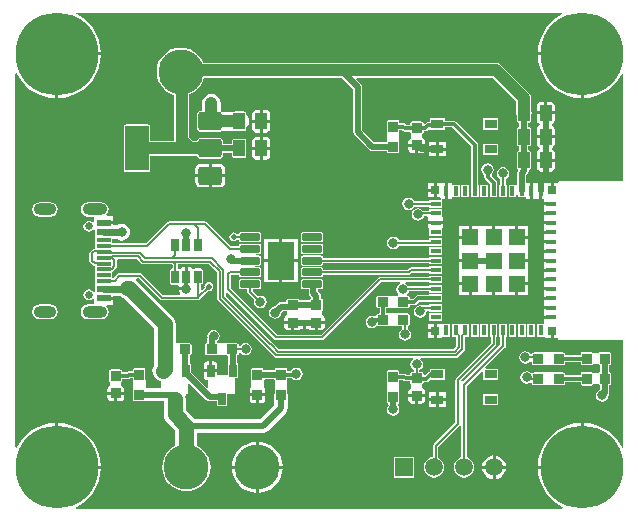
<source format=gtl>
G04*
G04 #@! TF.GenerationSoftware,Altium Limited,Altium Designer,20.0.7 (75)*
G04*
G04 Layer_Physical_Order=1*
G04 Layer_Color=255*
%FSLAX44Y44*%
%MOMM*%
G71*
G01*
G75*
%ADD12C,0.2000*%
%ADD17R,0.9906X0.7112*%
G04:AMPARAMS|DCode=18|XSize=0.9mm|YSize=0.8mm|CornerRadius=0.06mm|HoleSize=0mm|Usage=FLASHONLY|Rotation=270.000|XOffset=0mm|YOffset=0mm|HoleType=Round|Shape=RoundedRectangle|*
%AMROUNDEDRECTD18*
21,1,0.9000,0.6800,0,0,270.0*
21,1,0.7800,0.8000,0,0,270.0*
1,1,0.1200,-0.3400,-0.3900*
1,1,0.1200,-0.3400,0.3900*
1,1,0.1200,0.3400,0.3900*
1,1,0.1200,0.3400,-0.3900*
%
%ADD18ROUNDEDRECTD18*%
G04:AMPARAMS|DCode=19|XSize=0.8mm|YSize=0.9mm|CornerRadius=0.06mm|HoleSize=0mm|Usage=FLASHONLY|Rotation=90.000|XOffset=0mm|YOffset=0mm|HoleType=Round|Shape=RoundedRectangle|*
%AMROUNDEDRECTD19*
21,1,0.8000,0.7800,0,0,90.0*
21,1,0.6800,0.9000,0,0,90.0*
1,1,0.1200,0.3900,0.3400*
1,1,0.1200,0.3900,-0.3400*
1,1,0.1200,-0.3900,-0.3400*
1,1,0.1200,-0.3900,0.3400*
%
%ADD19ROUNDEDRECTD19*%
%ADD20R,1.4478X1.4478*%
%ADD21R,0.7112X0.7112*%
%ADD22R,0.8128X0.4064*%
%ADD23R,0.4064X0.8128*%
G04:AMPARAMS|DCode=24|XSize=0.95mm|YSize=1.4mm|CornerRadius=0.0712mm|HoleSize=0mm|Usage=FLASHONLY|Rotation=180.000|XOffset=0mm|YOffset=0mm|HoleType=Round|Shape=RoundedRectangle|*
%AMROUNDEDRECTD24*
21,1,0.9500,1.2575,0,0,180.0*
21,1,0.8075,1.4000,0,0,180.0*
1,1,0.1425,-0.4037,0.6288*
1,1,0.1425,0.4037,0.6288*
1,1,0.1425,0.4037,-0.6288*
1,1,0.1425,-0.4037,-0.6288*
%
%ADD24ROUNDEDRECTD24*%
G04:AMPARAMS|DCode=25|XSize=0.8mm|YSize=0.9mm|CornerRadius=0.06mm|HoleSize=0mm|Usage=FLASHONLY|Rotation=0.000|XOffset=0mm|YOffset=0mm|HoleType=Round|Shape=RoundedRectangle|*
%AMROUNDEDRECTD25*
21,1,0.8000,0.7800,0,0,0.0*
21,1,0.6800,0.9000,0,0,0.0*
1,1,0.1200,0.3400,-0.3900*
1,1,0.1200,-0.3400,-0.3900*
1,1,0.1200,-0.3400,0.3900*
1,1,0.1200,0.3400,0.3900*
%
%ADD25ROUNDEDRECTD25*%
G04:AMPARAMS|DCode=26|XSize=0.9mm|YSize=0.8mm|CornerRadius=0.06mm|HoleSize=0mm|Usage=FLASHONLY|Rotation=0.000|XOffset=0mm|YOffset=0mm|HoleType=Round|Shape=RoundedRectangle|*
%AMROUNDEDRECTD26*
21,1,0.9000,0.6800,0,0,0.0*
21,1,0.7800,0.8000,0,0,0.0*
1,1,0.1200,0.3900,-0.3400*
1,1,0.1200,-0.3900,-0.3400*
1,1,0.1200,-0.3900,0.3400*
1,1,0.1200,0.3900,0.3400*
%
%ADD26ROUNDEDRECTD26*%
G04:AMPARAMS|DCode=27|XSize=0.6mm|YSize=1.05mm|CornerRadius=0.045mm|HoleSize=0mm|Usage=FLASHONLY|Rotation=0.000|XOffset=0mm|YOffset=0mm|HoleType=Round|Shape=RoundedRectangle|*
%AMROUNDEDRECTD27*
21,1,0.6000,0.9600,0,0,0.0*
21,1,0.5100,1.0500,0,0,0.0*
1,1,0.0900,0.2550,-0.4800*
1,1,0.0900,-0.2550,-0.4800*
1,1,0.0900,-0.2550,0.4800*
1,1,0.0900,0.2550,0.4800*
%
%ADD27ROUNDEDRECTD27*%
G04:AMPARAMS|DCode=28|XSize=0.6mm|YSize=1.1mm|CornerRadius=0.045mm|HoleSize=0mm|Usage=FLASHONLY|Rotation=180.000|XOffset=0mm|YOffset=0mm|HoleType=Round|Shape=RoundedRectangle|*
%AMROUNDEDRECTD28*
21,1,0.6000,1.0100,0,0,180.0*
21,1,0.5100,1.1000,0,0,180.0*
1,1,0.0900,-0.2550,0.5050*
1,1,0.0900,0.2550,0.5050*
1,1,0.0900,0.2550,-0.5050*
1,1,0.0900,-0.2550,-0.5050*
%
%ADD28ROUNDEDRECTD28*%
G04:AMPARAMS|DCode=29|XSize=1.66mm|YSize=0.6mm|CornerRadius=0.075mm|HoleSize=0mm|Usage=FLASHONLY|Rotation=180.000|XOffset=0mm|YOffset=0mm|HoleType=Round|Shape=RoundedRectangle|*
%AMROUNDEDRECTD29*
21,1,1.6600,0.4500,0,0,180.0*
21,1,1.5100,0.6000,0,0,180.0*
1,1,0.1500,-0.7550,0.2250*
1,1,0.1500,0.7550,0.2250*
1,1,0.1500,0.7550,-0.2250*
1,1,0.1500,-0.7550,-0.2250*
%
%ADD29ROUNDEDRECTD29*%
%ADD30R,2.3000X3.2000*%
G04:AMPARAMS|DCode=31|XSize=1.5mm|YSize=2mm|CornerRadius=0.1875mm|HoleSize=0mm|Usage=FLASHONLY|Rotation=90.000|XOffset=0mm|YOffset=0mm|HoleType=Round|Shape=RoundedRectangle|*
%AMROUNDEDRECTD31*
21,1,1.5000,1.6250,0,0,90.0*
21,1,1.1250,2.0000,0,0,90.0*
1,1,0.3750,0.8125,0.5625*
1,1,0.3750,0.8125,-0.5625*
1,1,0.3750,-0.8125,-0.5625*
1,1,0.3750,-0.8125,0.5625*
%
%ADD31ROUNDEDRECTD31*%
G04:AMPARAMS|DCode=32|XSize=3.8mm|YSize=2mm|CornerRadius=0.05mm|HoleSize=0mm|Usage=FLASHONLY|Rotation=90.000|XOffset=0mm|YOffset=0mm|HoleType=Round|Shape=RoundedRectangle|*
%AMROUNDEDRECTD32*
21,1,3.8000,1.9000,0,0,90.0*
21,1,3.7000,2.0000,0,0,90.0*
1,1,0.1000,0.9500,1.8500*
1,1,0.1000,0.9500,-1.8500*
1,1,0.1000,-0.9500,-1.8500*
1,1,0.1000,-0.9500,1.8500*
%
%ADD32ROUNDEDRECTD32*%
%ADD33R,1.1500X0.6000*%
%ADD34R,1.1500X0.3000*%
%ADD60C,0.1820*%
%ADD61C,0.3000*%
%ADD62C,0.5000*%
%ADD63C,1.2500*%
%ADD64C,0.6000*%
%ADD65C,1.0000*%
%ADD66C,3.8000*%
%ADD67C,1.5000*%
%ADD68R,1.5000X1.5000*%
%ADD69C,0.6500*%
%ADD70O,1.9000X1.0000*%
%ADD71O,2.1000X1.0000*%
%ADD72C,7.0000*%
%ADD73C,0.5000*%
%ADD74C,0.8000*%
%ADD75C,0.6000*%
G36*
X428394Y383754D02*
X427905Y383552D01*
X422866Y380464D01*
X418373Y376627D01*
X414536Y372134D01*
X411448Y367095D01*
X409187Y361636D01*
X407808Y355891D01*
X407444Y351270D01*
X445000D01*
Y350000D01*
X446270D01*
Y312444D01*
X450891Y312808D01*
X456636Y314187D01*
X462095Y316448D01*
X467134Y319536D01*
X471627Y323373D01*
X475464Y327866D01*
X478552Y332905D01*
X478754Y333394D01*
X480000Y333146D01*
Y242393D01*
X426007D01*
X425050Y241997D01*
X424654Y241040D01*
Y240596D01*
X420770D01*
Y234500D01*
X418230D01*
Y240596D01*
X414572D01*
Y240604D01*
X411270D01*
Y234000D01*
Y227396D01*
X412396D01*
Y224270D01*
X419000D01*
Y221730D01*
X412396D01*
Y218428D01*
Y216270D01*
X419000D01*
Y213730D01*
X412396D01*
Y210428D01*
Y208270D01*
X419000D01*
Y205730D01*
X412396D01*
Y202428D01*
Y200270D01*
X419000D01*
Y197730D01*
X412396D01*
Y194428D01*
Y192270D01*
X419000D01*
Y189730D01*
X412396D01*
Y186428D01*
Y184270D01*
X419000D01*
Y181730D01*
X412396D01*
Y178428D01*
Y176270D01*
X419000D01*
Y173730D01*
X412396D01*
Y170428D01*
Y168270D01*
X419000D01*
Y165730D01*
X412396D01*
Y162428D01*
Y160270D01*
X419000D01*
Y157730D01*
X412396D01*
Y154428D01*
Y152270D01*
X419000D01*
Y149730D01*
X412396D01*
Y146428D01*
Y144270D01*
X419000D01*
Y141730D01*
X412396D01*
Y138428D01*
Y136270D01*
X419000D01*
Y133730D01*
X412396D01*
Y130428D01*
Y128270D01*
X419000D01*
Y125730D01*
X412396D01*
Y122584D01*
X412396Y122428D01*
X412019Y121314D01*
X406718D01*
Y110686D01*
X413282Y110686D01*
X413404Y109466D01*
Y109404D01*
X418230D01*
Y115500D01*
X420770D01*
Y109404D01*
X424654D01*
Y108960D01*
X425050Y108003D01*
X426007Y107607D01*
X480000D01*
Y16854D01*
X478754Y16607D01*
X478552Y17096D01*
X475464Y22134D01*
X471627Y26627D01*
X467134Y30464D01*
X462095Y33552D01*
X456636Y35813D01*
X450891Y37192D01*
X446270Y37556D01*
Y0D01*
X445000D01*
Y-1270D01*
X407444D01*
X407808Y-5891D01*
X409187Y-11636D01*
X411448Y-17096D01*
X414536Y-22134D01*
X418373Y-26627D01*
X422866Y-30464D01*
X427905Y-33552D01*
X428394Y-33754D01*
X428146Y-35000D01*
X16854D01*
X16606Y-33754D01*
X17096Y-33552D01*
X22134Y-30464D01*
X26627Y-26627D01*
X30464Y-22134D01*
X33552Y-17096D01*
X35813Y-11636D01*
X37192Y-5891D01*
X37556Y-1270D01*
X0D01*
Y0D01*
X-1270D01*
Y37556D01*
X-5891Y37192D01*
X-11636Y35813D01*
X-17096Y33552D01*
X-22134Y30464D01*
X-26627Y26627D01*
X-30464Y22134D01*
X-33552Y17096D01*
X-33754Y16606D01*
X-35000Y16854D01*
Y333146D01*
X-33754Y333394D01*
X-33552Y332905D01*
X-30464Y327866D01*
X-26627Y323373D01*
X-22134Y319536D01*
X-17096Y316448D01*
X-11636Y314187D01*
X-5891Y312808D01*
X-1270Y312444D01*
Y350000D01*
X0D01*
Y351270D01*
X37556D01*
X37192Y355891D01*
X35813Y361636D01*
X33552Y367095D01*
X30464Y372134D01*
X26627Y376627D01*
X22134Y380464D01*
X17096Y383552D01*
X16607Y383754D01*
X16854Y385000D01*
X428146D01*
X428394Y383754D01*
D02*
G37*
%LPC*%
G36*
X443730Y348730D02*
X407444D01*
X407808Y344109D01*
X409187Y338364D01*
X411448Y332905D01*
X414536Y327866D01*
X418373Y323373D01*
X422866Y319536D01*
X427905Y316448D01*
X433364Y314187D01*
X439109Y312808D01*
X443730Y312444D01*
Y348730D01*
D02*
G37*
G36*
X37556D02*
X1270D01*
Y312444D01*
X5891Y312808D01*
X11636Y314187D01*
X17096Y316448D01*
X22134Y319536D01*
X26627Y323373D01*
X30464Y327866D01*
X33552Y332905D01*
X35813Y338364D01*
X37192Y344109D01*
X37556Y348730D01*
D02*
G37*
G36*
X418288Y309604D02*
X415520D01*
Y301270D01*
X421604D01*
Y306287D01*
X421351Y307556D01*
X420632Y308632D01*
X419557Y309351D01*
X418288Y309604D01*
D02*
G37*
G36*
X412980D02*
X410213D01*
X408943Y309351D01*
X407868Y308632D01*
X407149Y307556D01*
X406896Y306287D01*
Y301270D01*
X412980D01*
Y309604D01*
D02*
G37*
G36*
X177288Y302604D02*
X174520D01*
Y294270D01*
X180604D01*
Y299287D01*
X180351Y300557D01*
X179632Y301632D01*
X178557Y302351D01*
X177288Y302604D01*
D02*
G37*
G36*
X171980D02*
X169212D01*
X167943Y302351D01*
X166868Y301632D01*
X166149Y300557D01*
X165896Y299287D01*
Y294270D01*
X171980D01*
Y302604D01*
D02*
G37*
G36*
X373703Y295556D02*
X361297D01*
Y285944D01*
X373703D01*
Y295556D01*
D02*
G37*
G36*
X131000Y316069D02*
X128912Y315794D01*
X126966Y314988D01*
X125294Y313706D01*
X124012Y312034D01*
X123206Y310088D01*
X122931Y308000D01*
Y301832D01*
X121875D01*
X120648Y301588D01*
X119608Y300892D01*
X118912Y299852D01*
X118668Y298625D01*
Y287375D01*
X118912Y286148D01*
X119608Y285108D01*
X120648Y284412D01*
X121875Y284168D01*
X138125D01*
X139352Y284412D01*
X140128Y284931D01*
X149810D01*
X149939Y284845D01*
X150712Y284691D01*
X158787D01*
X159561Y284845D01*
X160217Y285283D01*
X160655Y285939D01*
X160809Y286712D01*
Y287755D01*
X161738Y288965D01*
X162544Y290912D01*
X162819Y293000D01*
X162544Y295088D01*
X161738Y297034D01*
X160809Y298245D01*
Y299287D01*
X160655Y300061D01*
X160217Y300717D01*
X159561Y301155D01*
X158787Y301309D01*
X150712D01*
X149939Y301155D01*
X149810Y301069D01*
X140128D01*
X139352Y301588D01*
X139069Y301644D01*
Y308000D01*
X138794Y310088D01*
X137988Y312034D01*
X136706Y313706D01*
X135035Y314988D01*
X133088Y315794D01*
X131000Y316069D01*
D02*
G37*
G36*
X180604Y291730D02*
X174520D01*
Y283396D01*
X177288D01*
X178557Y283649D01*
X179632Y284368D01*
X180351Y285443D01*
X180604Y286712D01*
Y291730D01*
D02*
G37*
G36*
X171980D02*
X165896D01*
Y286712D01*
X166149Y285443D01*
X166868Y284368D01*
X167943Y283649D01*
X169212Y283396D01*
X171980D01*
Y291730D01*
D02*
G37*
G36*
X421604Y298730D02*
X414250D01*
X406896D01*
Y293713D01*
X407149Y292443D01*
X407868Y291368D01*
X408943Y290649D01*
X408950Y290647D01*
Y289352D01*
X408943Y289351D01*
X407868Y288632D01*
X407149Y287556D01*
X406896Y286287D01*
Y281270D01*
X414250D01*
X421604D01*
Y286287D01*
X421351Y287556D01*
X420632Y288632D01*
X419557Y289351D01*
X419550Y289352D01*
Y290647D01*
X419557Y290649D01*
X420632Y291368D01*
X421351Y292443D01*
X421604Y293713D01*
Y298730D01*
D02*
G37*
G36*
X177288Y279604D02*
X174520D01*
Y271270D01*
X180604D01*
Y276287D01*
X180351Y277556D01*
X179632Y278632D01*
X178557Y279351D01*
X177288Y279604D01*
D02*
G37*
G36*
X171980D02*
X169212D01*
X167943Y279351D01*
X166868Y278632D01*
X166149Y277556D01*
X165896Y276287D01*
Y271270D01*
X171980D01*
Y279604D01*
D02*
G37*
G36*
X329993Y275346D02*
X323770D01*
Y270520D01*
X329993D01*
Y275346D01*
D02*
G37*
G36*
X321230D02*
X315007D01*
Y270520D01*
X321230D01*
Y275346D01*
D02*
G37*
G36*
X312101Y271230D02*
X306270D01*
Y265898D01*
X308900D01*
X310125Y266142D01*
X311164Y266836D01*
X311858Y267875D01*
X312101Y269100D01*
Y271230D01*
D02*
G37*
G36*
X303730D02*
X297899D01*
Y269100D01*
X298142Y267875D01*
X298836Y266836D01*
X299875Y266142D01*
X301100Y265898D01*
X303730D01*
Y271230D01*
D02*
G37*
G36*
X373703Y274056D02*
X361297D01*
Y264444D01*
X373703D01*
Y274056D01*
D02*
G37*
G36*
X329993Y267980D02*
X323770D01*
Y263154D01*
X329993D01*
Y267980D01*
D02*
G37*
G36*
X321230D02*
X315007D01*
Y263154D01*
X321230D01*
Y267980D01*
D02*
G37*
G36*
X421604Y278730D02*
X414250D01*
X406896D01*
Y273713D01*
X407149Y272443D01*
X407868Y271368D01*
X408943Y270649D01*
X408950Y270647D01*
Y269352D01*
X408943Y269351D01*
X407868Y268632D01*
X407149Y267556D01*
X406896Y266287D01*
Y261270D01*
X414250D01*
X421604D01*
Y266287D01*
X421351Y267556D01*
X420632Y268632D01*
X419557Y269351D01*
X419550Y269352D01*
Y270647D01*
X419557Y270649D01*
X420632Y271368D01*
X421351Y272443D01*
X421604Y273713D01*
Y278730D01*
D02*
G37*
G36*
X180604Y268730D02*
X174520D01*
Y260396D01*
X177288D01*
X178557Y260649D01*
X179632Y261367D01*
X180351Y262443D01*
X180604Y263713D01*
Y268730D01*
D02*
G37*
G36*
X171980D02*
X165896D01*
Y263713D01*
X166149Y262443D01*
X166868Y261367D01*
X167943Y260649D01*
X169212Y260396D01*
X171980D01*
Y268730D01*
D02*
G37*
G36*
X421604Y258730D02*
X415520D01*
Y250396D01*
X418288D01*
X419557Y250649D01*
X420632Y251367D01*
X421351Y252443D01*
X421604Y253713D01*
Y258730D01*
D02*
G37*
G36*
X412980D02*
X406896D01*
Y253713D01*
X407149Y252443D01*
X407868Y251367D01*
X408943Y250649D01*
X410213Y250396D01*
X412980D01*
Y258730D01*
D02*
G37*
G36*
X138125Y257127D02*
X131270D01*
Y248270D01*
X142626D01*
Y252625D01*
X142284Y254348D01*
X141308Y255808D01*
X139848Y256784D01*
X138125Y257127D01*
D02*
G37*
G36*
X128730D02*
X121875D01*
X120152Y256784D01*
X118692Y255808D01*
X117716Y254348D01*
X117374Y252625D01*
Y248270D01*
X128730D01*
Y257127D01*
D02*
G37*
G36*
X142626Y245730D02*
X131270D01*
Y236873D01*
X138125D01*
X139848Y237216D01*
X141308Y238192D01*
X142284Y239652D01*
X142626Y241375D01*
Y245730D01*
D02*
G37*
G36*
X128730D02*
X117374D01*
Y241375D01*
X117716Y239652D01*
X118692Y238192D01*
X120152Y237216D01*
X121875Y236873D01*
X128730D01*
Y245730D01*
D02*
G37*
G36*
X319230Y240596D02*
X314404D01*
Y235770D01*
X319230D01*
Y240596D01*
D02*
G37*
G36*
X378000Y254353D02*
X375952Y253945D01*
X374215Y252785D01*
X373055Y251048D01*
X372647Y249000D01*
X373055Y246952D01*
X374215Y245215D01*
X375706Y244219D01*
Y239314D01*
X374718D01*
Y228686D01*
X381282D01*
Y239314D01*
X380294D01*
Y244219D01*
X381785Y245215D01*
X382945Y246952D01*
X383353Y249000D01*
X382945Y251048D01*
X381785Y252785D01*
X380048Y253945D01*
X378000Y254353D01*
D02*
G37*
G36*
X365000Y257353D02*
X362952Y256945D01*
X361215Y255785D01*
X360055Y254048D01*
X359647Y252000D01*
X360055Y249952D01*
X361215Y248215D01*
X362196Y247559D01*
Y246000D01*
X362410Y244927D01*
X363017Y244017D01*
X366529Y240506D01*
X366718Y239314D01*
X366718D01*
Y228686D01*
X373282D01*
Y239314D01*
X372804D01*
Y241000D01*
X372590Y242073D01*
X371983Y242983D01*
X368470Y246495D01*
X368610Y248098D01*
X368785Y248215D01*
X369945Y249952D01*
X370353Y252000D01*
X369945Y254048D01*
X368785Y255785D01*
X367048Y256945D01*
X365000Y257353D01*
D02*
G37*
G36*
X365282Y239314D02*
X358718D01*
Y228686D01*
X365282D01*
Y239314D01*
D02*
G37*
G36*
X349282D02*
X342718D01*
Y228686D01*
X349282D01*
Y239314D01*
D02*
G37*
G36*
X319230Y233230D02*
X314404D01*
Y228404D01*
X319230D01*
Y233230D01*
D02*
G37*
G36*
X408730Y240604D02*
X403270D01*
Y234000D01*
Y227396D01*
X408730D01*
Y234000D01*
Y240604D01*
D02*
G37*
G36*
X105000Y355348D02*
X101030Y354957D01*
X97213Y353799D01*
X93695Y351919D01*
X90612Y349388D01*
X88081Y346305D01*
X86201Y342787D01*
X85043Y338970D01*
X84652Y335000D01*
X85043Y331030D01*
X86201Y327213D01*
X88081Y323695D01*
X90612Y320612D01*
X93695Y318081D01*
X97213Y316201D01*
X99628Y315469D01*
Y277000D01*
X99113Y276372D01*
X79284D01*
Y288500D01*
X79149Y289183D01*
X78762Y289762D01*
X78183Y290149D01*
X77500Y290284D01*
X58500D01*
X57817Y290149D01*
X57238Y289762D01*
X56852Y289183D01*
X56716Y288500D01*
Y251500D01*
X56852Y250817D01*
X57238Y250238D01*
X57817Y249851D01*
X58500Y249716D01*
X77500D01*
X78183Y249851D01*
X78762Y250238D01*
X79149Y250817D01*
X79284Y251500D01*
Y263627D01*
X113000D01*
X113000Y263627D01*
X113000Y263627D01*
X118837D01*
X118931Y263156D01*
X119622Y262122D01*
X120656Y261431D01*
X121875Y261189D01*
X138125D01*
X139344Y261431D01*
X140378Y262122D01*
X141069Y263156D01*
X141311Y264375D01*
Y266176D01*
X148712D01*
Y263713D01*
X148864Y262947D01*
X149298Y262298D01*
X149947Y261864D01*
X150712Y261712D01*
X158787D01*
X159553Y261864D01*
X160202Y262298D01*
X160636Y262947D01*
X160788Y263713D01*
Y276287D01*
X160636Y277053D01*
X160202Y277702D01*
X159553Y278136D01*
X158787Y278288D01*
X150712D01*
X149947Y278136D01*
X149298Y277702D01*
X148864Y277053D01*
X148712Y276287D01*
Y273823D01*
X141311D01*
Y275625D01*
X141069Y276844D01*
X140378Y277878D01*
X139344Y278569D01*
X138125Y278811D01*
X121875D01*
X120656Y278569D01*
X119622Y277878D01*
X118931Y276844D01*
X118837Y276372D01*
X115639D01*
X112372Y279640D01*
Y316075D01*
X112787Y316201D01*
X116305Y318081D01*
X119388Y320612D01*
X121919Y323695D01*
X123799Y327213D01*
X124531Y329627D01*
X241965D01*
X251176Y320416D01*
Y284000D01*
X251468Y282537D01*
X252296Y281296D01*
X264796Y268796D01*
X266037Y267968D01*
X267500Y267677D01*
X279714D01*
Y267600D01*
X279857Y266878D01*
X280266Y266266D01*
X280878Y265857D01*
X281600Y265714D01*
X288400D01*
X289122Y265857D01*
X289734Y266266D01*
X290143Y266878D01*
X290286Y267600D01*
Y275400D01*
X290228Y275695D01*
X290354Y276000D01*
Y284000D01*
X290228Y284305D01*
X290286Y284600D01*
Y285696D01*
X292339D01*
X293017Y285017D01*
X293927Y284410D01*
X295000Y284196D01*
X299214D01*
Y284100D01*
X299357Y283378D01*
X299766Y282766D01*
X300378Y282357D01*
X300500Y282333D01*
Y278982D01*
X299875Y278858D01*
X298836Y278164D01*
X298142Y277125D01*
X297899Y275900D01*
Y273770D01*
X305000D01*
X312101D01*
Y275900D01*
X311858Y277125D01*
X311164Y278164D01*
X310125Y278858D01*
X309500Y278982D01*
Y282333D01*
X309622Y282357D01*
X310234Y282766D01*
X310643Y283378D01*
X310786Y284100D01*
Y284439D01*
X312243D01*
X313316Y284652D01*
X314225Y285260D01*
X315027Y286062D01*
X316297Y285944D01*
Y285944D01*
X328703D01*
Y287946D01*
X335089D01*
X351196Y271839D01*
Y239314D01*
X350718D01*
Y228686D01*
X357282D01*
Y239314D01*
X356804D01*
Y273000D01*
X356590Y274073D01*
X355983Y274983D01*
X338233Y292733D01*
X337323Y293340D01*
X336250Y293554D01*
X328703D01*
Y295556D01*
X316297D01*
Y292608D01*
X314804D01*
X313731Y292395D01*
X312822Y291787D01*
X312021Y290986D01*
X311938Y290980D01*
X310679Y291440D01*
X310643Y291622D01*
X310234Y292234D01*
X309622Y292643D01*
X308900Y292786D01*
X301100D01*
X300378Y292643D01*
X299766Y292234D01*
X299357Y291622D01*
X299214Y290900D01*
Y289804D01*
X296161D01*
X295483Y290483D01*
X294573Y291091D01*
X293500Y291304D01*
X290286D01*
Y292400D01*
X290143Y293122D01*
X289734Y293734D01*
X289122Y294143D01*
X288400Y294286D01*
X281600D01*
X280878Y294143D01*
X280266Y293734D01*
X279857Y293122D01*
X279714Y292400D01*
Y284600D01*
X279773Y284303D01*
X279648Y284000D01*
Y276000D01*
X278553Y275324D01*
X269084D01*
X258824Y285584D01*
Y322000D01*
X258824Y322000D01*
X258532Y323463D01*
X257704Y324704D01*
X253953Y328454D01*
X254439Y329627D01*
X369360D01*
X389128Y309860D01*
Y300250D01*
X389613Y297811D01*
X389711Y297663D01*
Y293713D01*
X389864Y292947D01*
X390298Y292298D01*
X390947Y291864D01*
X391712Y291712D01*
X391926D01*
Y288288D01*
X391712D01*
X390947Y288136D01*
X390298Y287702D01*
X389864Y287053D01*
X389711Y286287D01*
Y273713D01*
X389864Y272947D01*
X390298Y272298D01*
X390947Y271864D01*
X391712Y271712D01*
X391926D01*
Y268288D01*
X391712D01*
X390947Y268136D01*
X390298Y267702D01*
X389864Y267053D01*
X389711Y266287D01*
Y253713D01*
X389864Y252947D01*
X390298Y252298D01*
X390947Y251864D01*
X390611Y250677D01*
X390468Y250463D01*
X390177Y249000D01*
Y240214D01*
X389282Y239314D01*
X388907Y239314D01*
X382718D01*
Y228686D01*
X389282D01*
Y230861D01*
X390246Y231370D01*
X390718Y231087D01*
Y228686D01*
X397282D01*
X397428Y227476D01*
Y227396D01*
X400730D01*
Y234000D01*
Y240604D01*
X397823D01*
Y247416D01*
X398704Y248296D01*
X399532Y249537D01*
X399823Y251000D01*
Y251719D01*
X400553Y251864D01*
X401202Y252298D01*
X401636Y252947D01*
X401788Y253713D01*
Y266287D01*
X401636Y267053D01*
X401202Y267702D01*
X400553Y268136D01*
X399787Y268288D01*
X399574D01*
Y271712D01*
X399787D01*
X400553Y271864D01*
X401202Y272298D01*
X401636Y272947D01*
X401788Y273713D01*
Y286287D01*
X401636Y287053D01*
X401202Y287702D01*
X400553Y288136D01*
X399787Y288288D01*
X399574D01*
Y291712D01*
X399787D01*
X400553Y291864D01*
X401202Y292298D01*
X401636Y292947D01*
X401788Y293713D01*
Y298321D01*
X402122Y300000D01*
X401872Y301257D01*
Y312500D01*
X401872Y312500D01*
X401387Y314939D01*
X400006Y317006D01*
X376506Y340506D01*
X374439Y341887D01*
X372000Y342372D01*
X123925D01*
X123799Y342787D01*
X121919Y346305D01*
X119388Y349388D01*
X116305Y351919D01*
X112787Y353799D01*
X108970Y354957D01*
X105000Y355348D01*
D02*
G37*
G36*
X334572Y240604D02*
X331270D01*
Y234000D01*
Y227396D01*
X334572D01*
Y227476D01*
X334718Y228686D01*
X335842Y228686D01*
X341282D01*
Y239314D01*
X334718Y239314D01*
X334572Y240523D01*
Y240604D01*
D02*
G37*
G36*
X328730D02*
X325428D01*
Y240596D01*
X321770D01*
Y234500D01*
Y228404D01*
X324511D01*
X325000Y227866D01*
X325113Y227622D01*
X325108Y227381D01*
X324593Y226398D01*
X323970Y226282D01*
X315686D01*
Y225294D01*
X302781D01*
X301785Y226785D01*
X300048Y227945D01*
X298000Y228353D01*
X295952Y227945D01*
X294215Y226785D01*
X293055Y225048D01*
X292647Y223000D01*
X293055Y220952D01*
X294215Y219215D01*
X295952Y218055D01*
X298000Y217647D01*
X300048Y218055D01*
X301785Y219215D01*
X302781Y220706D01*
X315686D01*
Y219718D01*
X326314D01*
Y226126D01*
X326314Y226126D01*
X326525Y226859D01*
X326623Y227182D01*
X327772Y227396D01*
X328730D01*
Y234000D01*
Y240604D01*
D02*
G37*
G36*
X-5314Y224624D02*
X-14314D01*
X-16753Y224139D01*
X-18820Y222757D01*
X-20201Y220690D01*
X-20687Y218251D01*
X-20201Y215812D01*
X-18820Y213745D01*
X-16753Y212364D01*
X-14314Y211879D01*
X-5314D01*
X-2875Y212364D01*
X-808Y213745D01*
X573Y215812D01*
X1058Y218251D01*
X573Y220690D01*
X-808Y222757D01*
X-2875Y224139D01*
X-5314Y224624D01*
D02*
G37*
G36*
X306000Y219353D02*
X303952Y218945D01*
X302215Y217785D01*
X301055Y216048D01*
X300647Y214000D01*
X301055Y211952D01*
X302215Y210215D01*
X303952Y209055D01*
X306000Y208647D01*
X308048Y209055D01*
X309785Y210215D01*
X310945Y211952D01*
X311095Y212706D01*
X314067D01*
X314396Y211572D01*
X314396Y211436D01*
Y208270D01*
X321000D01*
X327604D01*
Y211572D01*
X327524D01*
X326314Y211718D01*
X326314Y212842D01*
Y218282D01*
X315686D01*
Y217294D01*
X310113D01*
X309785Y217785D01*
X308048Y218945D01*
X306000Y219353D01*
D02*
G37*
G36*
X37686Y224624D02*
X26686D01*
X24247Y224139D01*
X22180Y222757D01*
X20798Y220690D01*
X20313Y218251D01*
X20798Y215812D01*
X22180Y213745D01*
X24247Y212364D01*
X26686Y211879D01*
X31524D01*
Y207794D01*
X30969Y207463D01*
X30254Y207262D01*
X28943Y208138D01*
X27187Y208487D01*
X25431Y208138D01*
X23943Y207143D01*
X22948Y205655D01*
X22599Y203899D01*
X22948Y202143D01*
X23943Y200655D01*
X25431Y199660D01*
X27187Y199311D01*
X28943Y199660D01*
X30431Y200655D01*
X30528Y200799D01*
X31524Y201459D01*
X32814D01*
Y194751D01*
Y185202D01*
X32000D01*
X31157Y185035D01*
X30443Y184557D01*
X28443Y182557D01*
X27965Y181843D01*
X27798Y181000D01*
Y175000D01*
X27965Y174157D01*
X28443Y173443D01*
X30864Y171021D01*
X31579Y170544D01*
X32421Y170376D01*
X32814D01*
Y159751D01*
Y149439D01*
X31916Y148541D01*
X31524D01*
X30527Y149200D01*
X30431Y149343D01*
X28943Y150337D01*
X27187Y150687D01*
X25431Y150337D01*
X23943Y149343D01*
X22948Y147854D01*
X22599Y146099D01*
X22948Y144343D01*
X23943Y142854D01*
X25431Y141860D01*
X27187Y141510D01*
X28943Y141860D01*
X30254Y142736D01*
X30969Y142534D01*
X31524Y142204D01*
Y138121D01*
X26686D01*
X24247Y137636D01*
X22180Y136255D01*
X20798Y134187D01*
X20313Y131749D01*
X20798Y129310D01*
X22180Y127243D01*
X24247Y125862D01*
X26686Y125376D01*
X37686D01*
X40125Y125862D01*
X42192Y127243D01*
X43573Y129310D01*
X44058Y131749D01*
X43573Y134187D01*
X42234Y136191D01*
X42369Y136837D01*
X42558Y137461D01*
X48104D01*
Y141731D01*
X39814D01*
Y144271D01*
X48104D01*
Y144882D01*
X54081D01*
X55335Y143920D01*
X56275Y143531D01*
X82170Y117635D01*
Y100000D01*
Y85912D01*
X81488Y84265D01*
X81170Y81850D01*
X81488Y79435D01*
X82420Y77185D01*
X83903Y75253D01*
X85835Y73770D01*
X88085Y72838D01*
X88647Y72764D01*
Y67108D01*
X75354D01*
Y74000D01*
X75227Y74305D01*
X75286Y74600D01*
Y82400D01*
X75143Y83122D01*
X74734Y83734D01*
X74122Y84143D01*
X73400Y84286D01*
X66600D01*
X65878Y84143D01*
X65266Y83734D01*
X64857Y83122D01*
X64714Y82400D01*
Y81304D01*
X61500D01*
X60427Y81090D01*
X59517Y80483D01*
X59339Y80304D01*
X55786D01*
Y80900D01*
X55643Y81622D01*
X55234Y82234D01*
X54622Y82643D01*
X53900Y82786D01*
X46100D01*
X45378Y82643D01*
X44766Y82234D01*
X44357Y81622D01*
X44214Y80900D01*
Y74100D01*
X44357Y73378D01*
X44766Y72766D01*
X45378Y72357D01*
X45500Y72333D01*
Y68982D01*
X44875Y68858D01*
X43836Y68164D01*
X43142Y67125D01*
X42899Y65900D01*
Y63770D01*
X50000D01*
X57101D01*
Y65900D01*
X56858Y67125D01*
X56164Y68164D01*
X55125Y68858D01*
X54500Y68982D01*
Y72333D01*
X54622Y72357D01*
X55234Y72766D01*
X55643Y73378D01*
X55786Y74100D01*
Y74696D01*
X60500D01*
X61573Y74910D01*
X62483Y75517D01*
X62661Y75696D01*
X64714D01*
Y74600D01*
X64773Y74302D01*
X64648Y74000D01*
Y66000D01*
X64759Y65731D01*
X64693Y65400D01*
Y63014D01*
X64392Y61500D01*
X64693Y59986D01*
Y57600D01*
X64839Y56870D01*
X65252Y56252D01*
X65870Y55838D01*
X66600Y55693D01*
X73400D01*
X74130Y55838D01*
X74210Y55892D01*
X90670D01*
Y45000D01*
X90988Y42585D01*
X91920Y40335D01*
X93403Y38403D01*
X100670Y31135D01*
Y17997D01*
X98684Y16935D01*
X95598Y14402D01*
X93065Y11316D01*
X91182Y7794D01*
X90023Y3974D01*
X89632Y0D01*
X90023Y-3974D01*
X91182Y-7794D01*
X93065Y-11316D01*
X95598Y-14402D01*
X98684Y-16935D01*
X102205Y-18818D01*
X106026Y-19977D01*
X110000Y-20368D01*
X113974Y-19977D01*
X117795Y-18818D01*
X121316Y-16935D01*
X124402Y-14402D01*
X126935Y-11316D01*
X128818Y-7794D01*
X129977Y-3974D01*
X130368Y0D01*
X129977Y3974D01*
X128818Y7794D01*
X126935Y11316D01*
X124402Y14402D01*
X121316Y16935D01*
X119330Y17997D01*
Y29392D01*
X175000D01*
X177146Y29819D01*
X178965Y31035D01*
X193965Y46035D01*
X195181Y47854D01*
X195608Y50000D01*
Y61500D01*
X195307Y63014D01*
Y65400D01*
X195241Y65731D01*
X195352Y66000D01*
Y74000D01*
X195227Y74302D01*
X195286Y74600D01*
Y75696D01*
X198894D01*
X199215Y75215D01*
X200952Y74055D01*
X203000Y73647D01*
X205048Y74055D01*
X206785Y75215D01*
X207945Y76952D01*
X208353Y79000D01*
X207945Y81048D01*
X206785Y82785D01*
X205048Y83945D01*
X203000Y84353D01*
X200952Y83945D01*
X199215Y82785D01*
X198225Y81304D01*
X195286D01*
Y82400D01*
X195143Y83122D01*
X194734Y83734D01*
X194122Y84143D01*
X193400Y84286D01*
X186600D01*
X185878Y84143D01*
X185266Y83734D01*
X184857Y83122D01*
X184714Y82400D01*
Y82324D01*
X175286D01*
Y82400D01*
X175143Y83122D01*
X174734Y83734D01*
X174122Y84143D01*
X173400Y84286D01*
X166600D01*
X165878Y84143D01*
X165266Y83734D01*
X164857Y83122D01*
X164714Y82400D01*
Y74600D01*
X164773Y74304D01*
X164647Y74001D01*
Y67871D01*
X164336Y67664D01*
X163642Y66625D01*
X163398Y65400D01*
Y62770D01*
X170000D01*
X176602D01*
Y65400D01*
X176358Y66625D01*
X175664Y67664D01*
X175353Y67871D01*
Y74000D01*
X176448Y74677D01*
X183552D01*
X184646Y74000D01*
Y66000D01*
X184759Y65728D01*
X184693Y65400D01*
Y63014D01*
X184392Y61500D01*
Y52323D01*
X172677Y40608D01*
X117356D01*
X116597Y41597D01*
X109330Y48864D01*
Y58150D01*
X109037Y60377D01*
X109258Y60975D01*
X109707Y61647D01*
X110000D01*
X110957Y62043D01*
X111353Y63000D01*
Y70680D01*
X112526Y71166D01*
X126796Y56896D01*
X128037Y56068D01*
X129500Y55777D01*
X135717D01*
Y53350D01*
X135849Y52687D01*
X136224Y52124D01*
X136787Y51749D01*
X137450Y51617D01*
X142550D01*
X143213Y51749D01*
X143776Y52124D01*
X144151Y52687D01*
X144283Y53350D01*
Y61647D01*
X150000D01*
X150957Y62043D01*
X151353Y63000D01*
Y75317D01*
X152050D01*
X152713Y75449D01*
X153276Y75824D01*
X153651Y76387D01*
X153783Y77050D01*
Y86650D01*
X153651Y87313D01*
X153276Y87876D01*
X152823Y88178D01*
Y94798D01*
X153122Y94857D01*
X153734Y95266D01*
X154143Y95878D01*
X154286Y96600D01*
Y96816D01*
X155556Y97201D01*
X156215Y96215D01*
X157952Y95055D01*
X160000Y94647D01*
X162048Y95055D01*
X163785Y96215D01*
X164945Y97952D01*
X165353Y100000D01*
X164945Y102048D01*
X163785Y103785D01*
X162048Y104945D01*
X160000Y105353D01*
X157952Y104945D01*
X156215Y103785D01*
X155556Y102799D01*
X154286Y103184D01*
Y103400D01*
X154143Y104122D01*
X153734Y104734D01*
X153122Y105143D01*
X152400Y105286D01*
X144600D01*
X144303Y105227D01*
X144000Y105353D01*
X136284D01*
X135775Y106428D01*
X135754Y106526D01*
X136785Y107215D01*
X137945Y108952D01*
X138353Y111000D01*
X137945Y113048D01*
X136785Y114785D01*
X135048Y115945D01*
X133000Y116353D01*
X130952Y115945D01*
X129215Y114785D01*
X128055Y113048D01*
X127647Y111000D01*
X127811Y110176D01*
X127676Y109500D01*
Y105286D01*
X127600D01*
X126878Y105143D01*
X126266Y104734D01*
X125857Y104122D01*
X125714Y103400D01*
Y96600D01*
X125857Y95878D01*
X126266Y95266D01*
X126878Y94857D01*
X127600Y94714D01*
X135400D01*
X135696Y94773D01*
X136000Y94647D01*
X144000D01*
X145176Y93987D01*
Y82350D01*
X145217Y82148D01*
Y78353D01*
X136099D01*
Y80580D01*
X124901D01*
Y77050D01*
X125133Y75883D01*
X125794Y74894D01*
X126783Y74233D01*
X127950Y74001D01*
X128647D01*
Y67520D01*
X127474Y67034D01*
X113783Y80724D01*
Y86650D01*
X113651Y87313D01*
X113276Y87876D01*
X112823Y88178D01*
Y94798D01*
X113122Y94857D01*
X113734Y95266D01*
X114143Y95878D01*
X114286Y96600D01*
Y103400D01*
X114143Y104122D01*
X113734Y104734D01*
X113122Y105143D01*
X112400Y105286D01*
X104600D01*
X104304Y105227D01*
X104000Y105353D01*
X100830D01*
Y121500D01*
X100512Y123915D01*
X99580Y126165D01*
X98097Y128097D01*
X67597Y158597D01*
X67391Y158755D01*
X67800Y159958D01*
X69928D01*
X87893Y141993D01*
X88607Y141515D01*
X89450Y141348D01*
X119550D01*
X120393Y141515D01*
X121107Y141993D01*
X121557Y142443D01*
X121557Y142443D01*
X128409Y149294D01*
X129000Y149177D01*
X130463Y149468D01*
X131704Y150296D01*
X132532Y151537D01*
X132823Y153000D01*
X132532Y154463D01*
X131704Y155704D01*
X130463Y156532D01*
X129000Y156824D01*
X127537Y156532D01*
X126296Y155704D01*
X125468Y154463D01*
X125176Y153000D01*
X125294Y152409D01*
X123376Y150490D01*
X122202Y150976D01*
Y154747D01*
X122713Y154849D01*
X123276Y155224D01*
X123651Y155787D01*
X123783Y156450D01*
Y166550D01*
X123651Y167213D01*
X123276Y167776D01*
X122713Y168151D01*
X122050Y168283D01*
X116950D01*
X116287Y168151D01*
X115641Y167847D01*
X114798Y168568D01*
X114706Y168706D01*
X113717Y169366D01*
X112550Y169599D01*
X111270D01*
Y161500D01*
X108730D01*
Y169599D01*
X107450D01*
X106283Y169366D01*
X105294Y168706D01*
X105202Y168568D01*
X104359Y167847D01*
X103713Y168151D01*
X103050Y168283D01*
X102702D01*
Y171798D01*
X129088D01*
X136044Y164842D01*
Y142754D01*
X136211Y141911D01*
X136689Y141197D01*
X184530Y93356D01*
X185244Y92878D01*
X186087Y92711D01*
X301811D01*
X302196Y91441D01*
X301215Y90785D01*
X300055Y89048D01*
X299647Y87000D01*
X300055Y84952D01*
X301215Y83215D01*
X302706Y82219D01*
Y80786D01*
X301100D01*
X300378Y80643D01*
X299766Y80234D01*
X299357Y79622D01*
X299214Y78900D01*
Y78304D01*
X296661D01*
X296483Y78483D01*
X295573Y79090D01*
X294500Y79304D01*
X290286D01*
Y80400D01*
X290143Y81122D01*
X289734Y81734D01*
X289122Y82143D01*
X288400Y82286D01*
X281600D01*
X280878Y82143D01*
X280266Y81734D01*
X279857Y81122D01*
X279714Y80400D01*
Y72600D01*
X279772Y72305D01*
X279646Y72000D01*
Y64000D01*
X279772Y63695D01*
X279714Y63400D01*
Y55600D01*
X279857Y54878D01*
X280266Y54266D01*
X280878Y53857D01*
X281080Y52582D01*
X280055Y51048D01*
X279647Y49000D01*
X280055Y46952D01*
X281215Y45215D01*
X282952Y44055D01*
X285000Y43647D01*
X287048Y44055D01*
X288785Y45215D01*
X289945Y46952D01*
X290353Y49000D01*
X289945Y51048D01*
X288920Y52582D01*
X289122Y53857D01*
X289734Y54266D01*
X290143Y54878D01*
X290286Y55600D01*
Y63400D01*
X290227Y63698D01*
X290352Y64000D01*
Y72000D01*
X290227Y72302D01*
X290286Y72600D01*
Y73696D01*
X293339D01*
X293517Y73517D01*
X294427Y72910D01*
X295500Y72696D01*
X299214D01*
Y72100D01*
X299357Y71378D01*
X299766Y70766D01*
X300378Y70357D01*
X300500Y70333D01*
Y66982D01*
X299875Y66858D01*
X298836Y66164D01*
X298142Y65125D01*
X297899Y63900D01*
Y61770D01*
X305000D01*
X312101D01*
Y63900D01*
X311858Y65125D01*
X311164Y66164D01*
X310125Y66858D01*
X309500Y66982D01*
Y70333D01*
X309622Y70357D01*
X310234Y70766D01*
X310643Y71378D01*
X310786Y72100D01*
Y72196D01*
X313000D01*
X314073Y72410D01*
X314983Y73017D01*
X315295Y73330D01*
X316297Y73944D01*
Y73944D01*
X316297Y73944D01*
X328703D01*
Y83556D01*
X316297D01*
Y81664D01*
X315927Y81590D01*
X315017Y80983D01*
X312056Y78021D01*
X310786Y78329D01*
Y78900D01*
X310643Y79622D01*
X310234Y80234D01*
X309622Y80643D01*
X308900Y80786D01*
X307294D01*
Y82219D01*
X308785Y83215D01*
X309945Y84952D01*
X310353Y87000D01*
X309945Y89048D01*
X308785Y90785D01*
X307804Y91441D01*
X308189Y92711D01*
X338213D01*
X339055Y92878D01*
X339770Y93356D01*
X345101Y98687D01*
X345578Y99401D01*
X345746Y100244D01*
Y110686D01*
X349282D01*
Y121314D01*
X342718D01*
Y115590D01*
X342000Y115175D01*
X341282Y115589D01*
Y121314D01*
X334718D01*
Y110686D01*
X338254D01*
Y102435D01*
X336022Y100202D01*
X188278D01*
X181740Y106740D01*
X181740Y106740D01*
X143535Y144945D01*
Y147424D01*
X144805Y147950D01*
X184378Y108378D01*
X185122Y107881D01*
X186000Y107706D01*
X225000D01*
X225878Y107881D01*
X226622Y108378D01*
X274950Y156706D01*
X290669D01*
X290838Y156220D01*
X290880Y155436D01*
X289330Y154400D01*
X288170Y152663D01*
X287762Y150615D01*
X288170Y148567D01*
X289330Y146830D01*
X289092Y145489D01*
X289000Y145353D01*
X281000D01*
X280697Y145227D01*
X280400Y145286D01*
X272600D01*
X271878Y145143D01*
X271266Y144734D01*
X270857Y144122D01*
X270714Y143400D01*
Y136600D01*
X270857Y135878D01*
X271266Y135266D01*
X271878Y134857D01*
X272600Y134714D01*
X273696D01*
Y130286D01*
X272600D01*
X271878Y130143D01*
X271266Y129734D01*
X270857Y129122D01*
X270714Y128400D01*
Y127804D01*
X269260D01*
X269048Y127945D01*
X267000Y128353D01*
X264952Y127945D01*
X263215Y126785D01*
X262055Y125048D01*
X261647Y123000D01*
X262055Y120952D01*
X263215Y119215D01*
X264952Y118055D01*
X267000Y117647D01*
X269048Y118055D01*
X270785Y119215D01*
X271112Y119705D01*
X271878Y119857D01*
X272600Y119714D01*
X280400D01*
X280696Y119773D01*
X281000Y119647D01*
X289000D01*
X289303Y119773D01*
X289600Y119714D01*
X292706D01*
Y117281D01*
X291215Y116285D01*
X290055Y114548D01*
X289647Y112500D01*
X290055Y110452D01*
X291215Y108715D01*
X292952Y107555D01*
X295000Y107147D01*
X297048Y107555D01*
X298785Y108715D01*
X299945Y110452D01*
X300353Y112500D01*
X299945Y114548D01*
X298785Y116285D01*
X297294Y117281D01*
Y119714D01*
X297400D01*
X298122Y119857D01*
X298734Y120266D01*
X299143Y120878D01*
X299286Y121600D01*
Y128400D01*
X299143Y129122D01*
X298734Y129734D01*
X298122Y130143D01*
X297400Y130286D01*
X289600D01*
X289303Y130227D01*
X289000Y130353D01*
X281000D01*
X280696Y130227D01*
X280400Y130286D01*
X279304D01*
Y134714D01*
X280400D01*
X280697Y134773D01*
X281000Y134647D01*
X289000D01*
X289304Y134773D01*
X289600Y134714D01*
X297400D01*
X298122Y134857D01*
X298734Y135266D01*
X299143Y135878D01*
X299286Y136600D01*
Y137196D01*
X303000D01*
X304073Y137410D01*
X304983Y138017D01*
X307161Y140196D01*
X315686D01*
Y139718D01*
X326314D01*
Y146282D01*
X315686D01*
Y145804D01*
X306000D01*
X304927Y145590D01*
X304017Y144983D01*
X301839Y142804D01*
X299286D01*
Y143400D01*
X299143Y144122D01*
X298734Y144734D01*
X298122Y145143D01*
X297400Y145286D01*
X296876D01*
X296490Y146556D01*
X296900Y146830D01*
X298060Y148567D01*
X298134Y148936D01*
X315686D01*
Y147718D01*
X326314D01*
Y154282D01*
X315686D01*
Y153524D01*
X297485D01*
X296900Y154400D01*
X295350Y155436D01*
X295392Y156220D01*
X295561Y156706D01*
X315686D01*
Y155718D01*
X326314D01*
Y162282D01*
X315686D01*
Y161294D01*
X274000D01*
X273122Y161119D01*
X272378Y160622D01*
X224050Y112294D01*
X186950D01*
X147561Y151683D01*
Y162317D01*
X147950Y162706D01*
X154170D01*
X154316Y161970D01*
X154758Y161308D01*
X155420Y160866D01*
X156200Y160711D01*
X171300D01*
X172080Y160866D01*
X172742Y161308D01*
X173184Y161970D01*
X173339Y162750D01*
Y167250D01*
X173184Y168030D01*
X172742Y168692D01*
X172080Y169134D01*
X171300Y169289D01*
X168833D01*
X168194Y170559D01*
X168291Y170690D01*
X171300D01*
X172088Y170847D01*
X172756Y171294D01*
X173203Y171962D01*
X173360Y172750D01*
Y177250D01*
X173203Y178038D01*
X172756Y178706D01*
X172088Y179153D01*
X171300Y179310D01*
X168291D01*
X168194Y179441D01*
X168833Y180711D01*
X171300D01*
X172080Y180866D01*
X172742Y181308D01*
X173184Y181970D01*
X173339Y182750D01*
Y187250D01*
X173184Y188030D01*
X172742Y188692D01*
X172080Y189134D01*
X171300Y189289D01*
X156200D01*
X155420Y189134D01*
X154758Y188692D01*
X154316Y188030D01*
X154161Y187250D01*
Y187202D01*
X147912D01*
X127557Y207557D01*
X126843Y208035D01*
X126000Y208202D01*
X95000D01*
X94157Y208035D01*
X93443Y207557D01*
X75587Y189701D01*
X46814D01*
Y192883D01*
X51475D01*
X53173Y192180D01*
X55000Y191940D01*
X56827Y192180D01*
X58530Y192885D01*
X59992Y194008D01*
X61115Y195470D01*
X61820Y197173D01*
X62060Y199000D01*
X61820Y200827D01*
X61115Y202530D01*
X59992Y203993D01*
X58530Y205114D01*
X56827Y205820D01*
X55000Y206060D01*
X53173Y205820D01*
X51480Y205119D01*
X48104D01*
Y205729D01*
X39814D01*
Y208269D01*
X48104D01*
Y212539D01*
X42558D01*
X42370Y213159D01*
X42235Y213809D01*
X43573Y215812D01*
X44058Y218251D01*
X43573Y220690D01*
X42192Y222757D01*
X40125Y224139D01*
X37686Y224624D01*
D02*
G37*
G36*
X379971Y204529D02*
X378701Y204529D01*
X371270D01*
Y194750D01*
X368730D01*
Y204529D01*
X361299D01*
X360221Y204529D01*
X358951Y204529D01*
X351520D01*
Y194750D01*
X350250D01*
Y193480D01*
X340471D01*
Y186049D01*
X340471Y184971D01*
X340471Y183701D01*
Y176270D01*
X350250D01*
Y173730D01*
X340471D01*
Y166299D01*
X340471Y165221D01*
X340471Y163951D01*
Y156520D01*
X350250D01*
Y155250D01*
X351520D01*
Y145471D01*
X358951D01*
X360029Y145471D01*
X361299Y145471D01*
X368730D01*
Y155250D01*
X371270D01*
Y145471D01*
X378701D01*
X379779Y145471D01*
X381049Y145471D01*
X388480D01*
Y155250D01*
X389750D01*
Y156520D01*
X399529D01*
Y163951D01*
X399529Y165029D01*
X399529Y166299D01*
Y173730D01*
X389750D01*
Y176270D01*
X399529D01*
Y183701D01*
X399529Y184779D01*
X399529Y186049D01*
Y193480D01*
X389750D01*
Y194750D01*
X388480D01*
Y204529D01*
X381049D01*
X379971Y204529D01*
D02*
G37*
G36*
X171300Y199289D02*
X156200D01*
X155420Y199134D01*
X154758Y198692D01*
X154316Y198030D01*
X154193Y197412D01*
X153058Y197346D01*
X152935Y197357D01*
X152704Y197704D01*
X151463Y198532D01*
X150000Y198824D01*
X148537Y198532D01*
X147296Y197704D01*
X146468Y196463D01*
X146177Y195000D01*
X146468Y193537D01*
X147296Y192296D01*
X148537Y191468D01*
X150000Y191176D01*
X151463Y191468D01*
X152704Y192296D01*
X152935Y192643D01*
X153057Y192654D01*
X154193Y192588D01*
X154316Y191970D01*
X154758Y191308D01*
X155420Y190866D01*
X156200Y190711D01*
X171300D01*
X172080Y190866D01*
X172742Y191308D01*
X173184Y191970D01*
X173339Y192750D01*
Y197250D01*
X173184Y198030D01*
X172742Y198692D01*
X172080Y199134D01*
X171300Y199289D01*
D02*
G37*
G36*
X391020Y204529D02*
Y196020D01*
X399529D01*
Y204529D01*
X391020D01*
D02*
G37*
G36*
X348980D02*
X340471D01*
Y196020D01*
X348980D01*
Y204529D01*
D02*
G37*
G36*
X327604Y205730D02*
X321000D01*
X314396D01*
Y202428D01*
X314476D01*
X315686Y202282D01*
X315686Y201158D01*
Y195718D01*
X326314D01*
X326314Y202282D01*
X327524Y202428D01*
X327604D01*
Y205730D01*
D02*
G37*
G36*
X223800Y199289D02*
X208700D01*
X207920Y199134D01*
X207258Y198692D01*
X206816Y198030D01*
X206661Y197250D01*
Y192750D01*
X206816Y191970D01*
X207258Y191308D01*
X207920Y190866D01*
X208700Y190711D01*
X223800D01*
X224580Y190866D01*
X225242Y191308D01*
X225684Y191970D01*
X225839Y192750D01*
Y197250D01*
X225684Y198030D01*
X225242Y198692D01*
X224580Y199134D01*
X223800Y199289D01*
D02*
G37*
G36*
X285000Y195353D02*
X282952Y194945D01*
X281215Y193785D01*
X280055Y192048D01*
X279647Y190000D01*
X280055Y187952D01*
X281215Y186215D01*
X282952Y185055D01*
X285000Y184647D01*
X287048Y185055D01*
X288785Y186215D01*
X289781Y187706D01*
X320000D01*
X320061Y187718D01*
X326314D01*
Y194282D01*
X315686D01*
Y192294D01*
X289781D01*
X288785Y193785D01*
X287048Y194945D01*
X285000Y195353D01*
D02*
G37*
G36*
X223800Y189289D02*
X208700D01*
X207920Y189134D01*
X207258Y188692D01*
X206816Y188030D01*
X206661Y187250D01*
Y182750D01*
X206816Y181970D01*
X207258Y181308D01*
X207920Y180866D01*
X208700Y180711D01*
X223800D01*
X224580Y180866D01*
X225242Y181308D01*
X225684Y181970D01*
X225839Y182750D01*
Y187250D01*
X225684Y188030D01*
X225242Y188692D01*
X224580Y189134D01*
X223800Y189289D01*
D02*
G37*
G36*
X326314Y186282D02*
X315686D01*
Y179718D01*
X326314D01*
Y186282D01*
D02*
G37*
G36*
X204040Y193540D02*
X191270D01*
Y176270D01*
X204040D01*
Y193540D01*
D02*
G37*
G36*
X188730D02*
X175960D01*
Y176270D01*
X188730D01*
Y193540D01*
D02*
G37*
G36*
X223800Y179289D02*
X208700D01*
X207920Y179134D01*
X207258Y178692D01*
X206816Y178030D01*
X206661Y177250D01*
Y172750D01*
X206816Y171970D01*
X207258Y171308D01*
X207920Y170866D01*
X208700Y170711D01*
X223800D01*
X224580Y170866D01*
X225242Y171308D01*
X225684Y171970D01*
X225830Y172706D01*
X315686D01*
Y171718D01*
X326314D01*
Y178282D01*
X315686D01*
Y177294D01*
X225830D01*
X225684Y178030D01*
X225242Y178692D01*
X224580Y179134D01*
X223800Y179289D01*
D02*
G37*
G36*
X326314Y170282D02*
X315686D01*
Y169294D01*
X300000D01*
X299122Y169119D01*
X298378Y168622D01*
X297050Y167294D01*
X225830D01*
X225684Y168030D01*
X225242Y168692D01*
X224580Y169134D01*
X223800Y169289D01*
X208700D01*
X207920Y169134D01*
X207258Y168692D01*
X206816Y168030D01*
X206661Y167250D01*
Y162750D01*
X206816Y161970D01*
X207258Y161308D01*
X207920Y160866D01*
X208700Y160711D01*
X223800D01*
X224580Y160866D01*
X225242Y161308D01*
X225684Y161970D01*
X225830Y162706D01*
X298000D01*
X298878Y162880D01*
X299622Y163378D01*
X300950Y164706D01*
X315686D01*
Y163718D01*
X326314D01*
Y170282D01*
D02*
G37*
G36*
X204040Y173730D02*
X191270D01*
Y156460D01*
X204040D01*
Y173730D01*
D02*
G37*
G36*
X188730D02*
X175960D01*
Y156460D01*
X188730D01*
Y173730D01*
D02*
G37*
G36*
X399529Y153980D02*
X391020D01*
Y145471D01*
X399529D01*
Y153980D01*
D02*
G37*
G36*
X348980D02*
X340471D01*
Y145471D01*
X348980D01*
Y153980D01*
D02*
G37*
G36*
X223800Y159289D02*
X208700D01*
X207920Y159134D01*
X207258Y158692D01*
X206816Y158030D01*
X206661Y157250D01*
Y152750D01*
X206816Y151970D01*
X207258Y151308D01*
X207920Y150866D01*
X208700Y150711D01*
X213676D01*
Y147500D01*
X213968Y146037D01*
X214796Y144796D01*
X215609Y143983D01*
X215421Y142889D01*
X215244Y142553D01*
X214766Y142234D01*
X214357Y141622D01*
X214298Y141323D01*
X205702D01*
X205643Y141622D01*
X205234Y142234D01*
X204622Y142643D01*
X203900Y142786D01*
X196100D01*
X195378Y142643D01*
X194766Y142234D01*
X194357Y141622D01*
X194214Y140900D01*
Y139823D01*
X190000D01*
X188537Y139532D01*
X187296Y138704D01*
X184932Y136339D01*
X182952Y135945D01*
X181215Y134785D01*
X180055Y133048D01*
X179647Y131000D01*
X180055Y128952D01*
X181215Y127215D01*
X182952Y126055D01*
X185000Y125647D01*
X187048Y126055D01*
X188785Y127215D01*
X189945Y128952D01*
X190339Y130932D01*
X191584Y132177D01*
X195500D01*
Y128982D01*
X194875Y128858D01*
X193836Y128164D01*
X193142Y127125D01*
X192899Y125900D01*
Y123770D01*
X200000D01*
Y122500D01*
X201270D01*
Y115899D01*
X203900D01*
X205125Y116142D01*
X206164Y116836D01*
X206181Y116862D01*
X207838Y117281D01*
X208730Y117104D01*
Y122500D01*
X211270D01*
Y117104D01*
X212162Y117281D01*
X213819Y116862D01*
X213836Y116836D01*
X214875Y116142D01*
X216100Y115899D01*
X218730D01*
Y122500D01*
X220000D01*
Y123770D01*
X227101D01*
Y125900D01*
X226858Y127125D01*
X226164Y128164D01*
X225125Y128858D01*
X224500Y128982D01*
Y132333D01*
X224622Y132357D01*
X225234Y132766D01*
X225643Y133378D01*
X225786Y134100D01*
Y140900D01*
X225643Y141622D01*
X225234Y142234D01*
X224622Y142643D01*
X223900Y142786D01*
X223824D01*
Y145000D01*
X223532Y146463D01*
X222704Y147704D01*
X221324Y149084D01*
Y150711D01*
X223800D01*
X224580Y150866D01*
X225242Y151308D01*
X225684Y151970D01*
X225839Y152750D01*
Y157250D01*
X225684Y158030D01*
X225242Y158692D01*
X224580Y159134D01*
X223800Y159289D01*
D02*
G37*
G36*
X326314Y138282D02*
X315686D01*
Y137294D01*
X308672D01*
X308484Y137257D01*
X308000Y137353D01*
X305952Y136945D01*
X304215Y135785D01*
X303055Y134048D01*
X302647Y132000D01*
X303055Y129952D01*
X304215Y128215D01*
X305952Y127055D01*
X308000Y126647D01*
X310048Y127055D01*
X311785Y128215D01*
X312945Y129952D01*
X313353Y132000D01*
X313932Y132706D01*
X315686D01*
Y131718D01*
X326314D01*
Y138282D01*
D02*
G37*
G36*
X171300Y159289D02*
X156200D01*
X155420Y159134D01*
X154758Y158692D01*
X154316Y158030D01*
X154161Y157250D01*
Y152750D01*
X154316Y151970D01*
X154758Y151308D01*
X155420Y150866D01*
X156200Y150711D01*
X161456D01*
Y148750D01*
X161630Y147872D01*
X162128Y147128D01*
X167497Y141759D01*
X167147Y140000D01*
X167555Y137952D01*
X168715Y136215D01*
X170452Y135055D01*
X172500Y134647D01*
X174548Y135055D01*
X176285Y136215D01*
X177445Y137952D01*
X177853Y140000D01*
X177445Y142048D01*
X176285Y143785D01*
X174548Y144945D01*
X172500Y145353D01*
X170741Y145003D01*
X166304Y149441D01*
X166670Y150711D01*
X171300D01*
X172080Y150866D01*
X172742Y151308D01*
X173184Y151970D01*
X173339Y152750D01*
Y157250D01*
X173184Y158030D01*
X172742Y158692D01*
X172080Y159134D01*
X171300Y159289D01*
D02*
G37*
G36*
X-5314Y138121D02*
X-14314D01*
X-16753Y137636D01*
X-18820Y136255D01*
X-20201Y134187D01*
X-20687Y131749D01*
X-20201Y129310D01*
X-18820Y127243D01*
X-16753Y125862D01*
X-14314Y125376D01*
X-5314D01*
X-2875Y125862D01*
X-808Y127243D01*
X573Y129310D01*
X1058Y131749D01*
X573Y134187D01*
X-808Y136255D01*
X-2875Y137636D01*
X-5314Y138121D01*
D02*
G37*
G36*
X326314Y130282D02*
X315686D01*
Y123718D01*
X326314D01*
Y130282D01*
D02*
G37*
G36*
X319230Y121596D02*
X314404D01*
Y116770D01*
X319230D01*
Y121596D01*
D02*
G37*
G36*
X227101Y121230D02*
X221270D01*
Y115899D01*
X223900D01*
X225125Y116142D01*
X226164Y116836D01*
X226858Y117875D01*
X227101Y119100D01*
Y121230D01*
D02*
G37*
G36*
X198730Y121230D02*
X192899D01*
Y119100D01*
X193142Y117875D01*
X193836Y116836D01*
X194875Y116142D01*
X196100Y115899D01*
X198730D01*
Y121230D01*
D02*
G37*
G36*
X405282Y121314D02*
X398718D01*
Y110686D01*
X405282D01*
Y121314D01*
D02*
G37*
G36*
X397282D02*
X390718D01*
Y110686D01*
X397282D01*
Y121314D01*
D02*
G37*
G36*
X389282D02*
X382718D01*
Y110686D01*
X389282D01*
Y121314D01*
D02*
G37*
G36*
X365282D02*
X358718D01*
Y110686D01*
X365282D01*
Y121314D01*
D02*
G37*
G36*
X357282D02*
X350718D01*
Y110686D01*
X357282D01*
Y121314D01*
D02*
G37*
G36*
X326596Y121596D02*
X325565Y121596D01*
X321770D01*
Y115500D01*
Y109404D01*
X326596D01*
Y109466D01*
X326718Y110686D01*
X327866Y110686D01*
X333282D01*
Y121314D01*
X327749D01*
X326596Y121596D01*
D02*
G37*
G36*
X319230Y114230D02*
X314404D01*
Y109404D01*
X319230D01*
Y114230D01*
D02*
G37*
G36*
X133050Y89699D02*
X131770D01*
Y83120D01*
X136099D01*
Y86650D01*
X135866Y87817D01*
X135206Y88806D01*
X134217Y89466D01*
X133050Y89699D01*
D02*
G37*
G36*
X129230D02*
X127950D01*
X126783Y89466D01*
X125794Y88806D01*
X125133Y87817D01*
X124901Y86650D01*
Y83120D01*
X129230D01*
Y89699D01*
D02*
G37*
G36*
X397000Y98353D02*
X394952Y97945D01*
X393215Y96785D01*
X392055Y95048D01*
X391647Y93000D01*
X392055Y90952D01*
X393215Y89215D01*
X394952Y88055D01*
X397000Y87647D01*
X399048Y88055D01*
X400785Y89215D01*
X400944Y89452D01*
X402214Y89067D01*
Y88600D01*
X402357Y87878D01*
X402766Y87266D01*
X403378Y86857D01*
X404100Y86714D01*
X411900D01*
X412197Y86773D01*
X412500Y86647D01*
X420500D01*
X420803Y86773D01*
X421100Y86714D01*
X428900D01*
X429622Y86857D01*
X430234Y87266D01*
X430643Y87878D01*
X430786Y88600D01*
Y89196D01*
X443714D01*
Y88100D01*
X443857Y87378D01*
X444266Y86766D01*
X444878Y86357D01*
X445600Y86214D01*
X452400D01*
X453122Y86357D01*
X453734Y86766D01*
X454143Y87378D01*
X454167Y87500D01*
X458833D01*
X458857Y87378D01*
X459266Y86766D01*
X459878Y86357D01*
X460177Y86298D01*
Y80702D01*
X459878Y80643D01*
X459266Y80234D01*
X458857Y79622D01*
X458833Y79500D01*
X454167D01*
X454143Y79622D01*
X453734Y80234D01*
X453122Y80643D01*
X452400Y80786D01*
X445600D01*
X444878Y80643D01*
X444266Y80234D01*
X443857Y79622D01*
X443714Y78900D01*
Y77804D01*
X430786D01*
Y78400D01*
X430643Y79122D01*
X430234Y79734D01*
X429622Y80143D01*
X428900Y80286D01*
X421100D01*
X420803Y80227D01*
X420500Y80353D01*
X412500D01*
X412197Y80227D01*
X411900Y80286D01*
X404100D01*
X403378Y80143D01*
X403167Y80002D01*
X401785Y79785D01*
X400048Y80945D01*
X398000Y81353D01*
X395952Y80945D01*
X394215Y79785D01*
X393055Y78048D01*
X392647Y76000D01*
X393055Y73952D01*
X394215Y72215D01*
X395952Y71055D01*
X398000Y70647D01*
X400048Y71055D01*
X400944Y71653D01*
X401184Y71643D01*
X402324Y71048D01*
X402357Y70878D01*
X402766Y70266D01*
X403378Y69857D01*
X404100Y69714D01*
X411900D01*
X412197Y69773D01*
X412500Y69647D01*
X420500D01*
X420803Y69773D01*
X421100Y69714D01*
X428900D01*
X429622Y69857D01*
X430234Y70266D01*
X430643Y70878D01*
X430786Y71600D01*
Y72196D01*
X443714D01*
Y71100D01*
X443857Y70378D01*
X444266Y69766D01*
X444878Y69357D01*
X445600Y69214D01*
X452400D01*
X453122Y69357D01*
X453734Y69766D01*
X454143Y70378D01*
X454167Y70500D01*
X458833D01*
X458857Y70378D01*
X459266Y69766D01*
X459878Y69357D01*
X460177Y69298D01*
Y65990D01*
X459952Y65945D01*
X458215Y64785D01*
X457055Y63048D01*
X456647Y61000D01*
X457055Y58952D01*
X458215Y57215D01*
X459952Y56055D01*
X462000Y55647D01*
X464048Y56055D01*
X465785Y57215D01*
X466945Y58952D01*
X467353Y61000D01*
X467312Y61207D01*
X467532Y61537D01*
X467823Y63000D01*
Y69298D01*
X468122Y69357D01*
X468734Y69766D01*
X469143Y70378D01*
X469286Y71100D01*
Y78900D01*
X469143Y79622D01*
X468734Y80234D01*
X468122Y80643D01*
X467823Y80702D01*
Y86298D01*
X468122Y86357D01*
X468734Y86766D01*
X469143Y87378D01*
X469286Y88100D01*
Y95900D01*
X469143Y96622D01*
X468734Y97234D01*
X468122Y97643D01*
X467400Y97786D01*
X460600D01*
X459878Y97643D01*
X459266Y97234D01*
X458857Y96622D01*
X458833Y96500D01*
X454167D01*
X454143Y96622D01*
X453734Y97234D01*
X453122Y97643D01*
X452400Y97786D01*
X445600D01*
X444878Y97643D01*
X444266Y97234D01*
X443857Y96622D01*
X443714Y95900D01*
Y94804D01*
X430786D01*
Y95400D01*
X430643Y96122D01*
X430234Y96734D01*
X429622Y97143D01*
X428900Y97286D01*
X421100D01*
X420803Y97227D01*
X420500Y97353D01*
X412500D01*
X412197Y97227D01*
X411900Y97286D01*
X404100D01*
X403378Y97143D01*
X402766Y96734D01*
X402556Y96420D01*
X401504Y96252D01*
X401101Y96313D01*
X400785Y96785D01*
X399048Y97945D01*
X397000Y98353D01*
D02*
G37*
G36*
X381282Y121314D02*
X374718D01*
Y110686D01*
X375706D01*
Y103950D01*
X344036Y72280D01*
X342719Y72759D01*
X342660Y73416D01*
X371622Y102378D01*
X372119Y103122D01*
X372294Y104000D01*
Y110686D01*
X373282D01*
Y121314D01*
X366718D01*
Y110686D01*
X367706D01*
Y104950D01*
X338378Y75622D01*
X337881Y74878D01*
X337706Y74000D01*
Y37950D01*
X319378Y19622D01*
X318881Y18878D01*
X318706Y18000D01*
Y8707D01*
X317317Y8524D01*
X315188Y7643D01*
X313360Y6240D01*
X311958Y4412D01*
X311076Y2284D01*
X310775Y-0D01*
X311076Y-2285D01*
X311958Y-4413D01*
X313360Y-6241D01*
X315188Y-7643D01*
X317317Y-8525D01*
X319601Y-8826D01*
X321885Y-8525D01*
X324014Y-7643D01*
X325841Y-6241D01*
X327244Y-4413D01*
X328126Y-2285D01*
X328426Y-0D01*
X328126Y2284D01*
X327244Y4412D01*
X325841Y6240D01*
X324014Y7643D01*
X323294Y7941D01*
Y17050D01*
X341436Y35192D01*
X342177Y35038D01*
X342706Y34714D01*
Y8521D01*
X340587Y7643D01*
X338759Y6241D01*
X337357Y4413D01*
X336475Y2284D01*
X336175Y0D01*
X336475Y-2284D01*
X337357Y-4413D01*
X338759Y-6241D01*
X340587Y-7643D01*
X342716Y-8525D01*
X345000Y-8826D01*
X347284Y-8525D01*
X349413Y-7643D01*
X351241Y-6241D01*
X352643Y-4413D01*
X353525Y-2284D01*
X353825Y0D01*
X353525Y2284D01*
X352643Y4413D01*
X351241Y6241D01*
X349413Y7643D01*
X347294Y8521D01*
Y69050D01*
X360124Y81879D01*
X361297Y81393D01*
Y73944D01*
X373703D01*
Y83556D01*
X363460D01*
X362974Y84729D01*
X379622Y101378D01*
X380120Y102122D01*
X380294Y103000D01*
Y110686D01*
X381282D01*
Y121314D01*
D02*
G37*
G36*
X329993Y63346D02*
X323770D01*
Y58520D01*
X329993D01*
Y63346D01*
D02*
G37*
G36*
X321230D02*
X315007D01*
Y58520D01*
X321230D01*
Y63346D01*
D02*
G37*
G36*
X57101Y61230D02*
X51270D01*
Y55898D01*
X53900D01*
X55125Y56142D01*
X56164Y56836D01*
X56858Y57875D01*
X57101Y59100D01*
Y61230D01*
D02*
G37*
G36*
X48730D02*
X42899D01*
Y59100D01*
X43142Y57875D01*
X43836Y56836D01*
X44875Y56142D01*
X46100Y55898D01*
X48730D01*
Y61230D01*
D02*
G37*
G36*
X176602Y60230D02*
X171270D01*
Y54398D01*
X173400D01*
X174625Y54642D01*
X175664Y55336D01*
X176358Y56375D01*
X176602Y57600D01*
Y60230D01*
D02*
G37*
G36*
X168730D02*
X163398D01*
Y57600D01*
X163642Y56375D01*
X164336Y55336D01*
X165375Y54642D01*
X166600Y54398D01*
X168730D01*
Y60230D01*
D02*
G37*
G36*
X312101Y59230D02*
X306270D01*
Y53899D01*
X308900D01*
X310125Y54142D01*
X311164Y54836D01*
X311858Y55875D01*
X312101Y57100D01*
Y59230D01*
D02*
G37*
G36*
X303730D02*
X297899D01*
Y57100D01*
X298142Y55875D01*
X298836Y54836D01*
X299875Y54142D01*
X301100Y53899D01*
X303730D01*
Y59230D01*
D02*
G37*
G36*
X373703Y62056D02*
X361297D01*
Y52444D01*
X373703D01*
Y62056D01*
D02*
G37*
G36*
X329993Y55980D02*
X323770D01*
Y51154D01*
X329993D01*
Y55980D01*
D02*
G37*
G36*
X321230D02*
X315007D01*
Y51154D01*
X321230D01*
Y55980D01*
D02*
G37*
G36*
X171270Y21519D02*
Y1270D01*
X191519D01*
X191228Y4223D01*
X189997Y8283D01*
X187997Y12025D01*
X185305Y15305D01*
X182025Y17996D01*
X178283Y19997D01*
X174223Y21228D01*
X171270Y21519D01*
D02*
G37*
G36*
X1270Y37556D02*
Y1270D01*
X37556D01*
X37192Y5891D01*
X35813Y11636D01*
X33552Y17096D01*
X30464Y22134D01*
X26627Y26627D01*
X22134Y30464D01*
X17096Y33552D01*
X11636Y35813D01*
X5891Y37192D01*
X1270Y37556D01*
D02*
G37*
G36*
X371670Y9959D02*
Y1270D01*
X380359D01*
X380182Y2621D01*
X379170Y5063D01*
X377561Y7161D01*
X375463Y8770D01*
X373021Y9782D01*
X371670Y9959D01*
D02*
G37*
G36*
X369130D02*
X367779Y9782D01*
X365337Y8770D01*
X363239Y7161D01*
X361630Y5063D01*
X360619Y2621D01*
X360441Y1270D01*
X369130D01*
Y9959D01*
D02*
G37*
G36*
X168730Y21519D02*
X165777Y21228D01*
X161717Y19997D01*
X157975Y17996D01*
X154695Y15305D01*
X152003Y12025D01*
X150003Y8283D01*
X148772Y4223D01*
X148481Y1270D01*
X168730D01*
Y21519D01*
D02*
G37*
G36*
X443730Y37556D02*
X439109Y37192D01*
X433364Y35813D01*
X427905Y33552D01*
X422866Y30464D01*
X418373Y26627D01*
X414536Y22134D01*
X411448Y17096D01*
X409187Y11636D01*
X407808Y5891D01*
X407444Y1270D01*
X443730D01*
Y37556D01*
D02*
G37*
G36*
X302951Y8750D02*
X285451D01*
Y-8750D01*
X302951D01*
Y8750D01*
D02*
G37*
G36*
X380359Y-1270D02*
X371670D01*
Y-9959D01*
X373021Y-9782D01*
X375463Y-8770D01*
X377561Y-7161D01*
X379170Y-5063D01*
X380182Y-2621D01*
X380359Y-1270D01*
D02*
G37*
G36*
X369130D02*
X360441D01*
X360619Y-2621D01*
X361630Y-5063D01*
X363239Y-7161D01*
X365337Y-8770D01*
X367779Y-9782D01*
X369130Y-9959D01*
Y-1270D01*
D02*
G37*
G36*
X191519D02*
X171270D01*
Y-21519D01*
X174223Y-21228D01*
X178283Y-19997D01*
X182025Y-17996D01*
X185305Y-15305D01*
X187997Y-12025D01*
X189997Y-8283D01*
X191228Y-4223D01*
X191519Y-1270D01*
D02*
G37*
G36*
X168730D02*
X148481D01*
X148772Y-4223D01*
X150003Y-8283D01*
X152003Y-12025D01*
X154695Y-15305D01*
X157975Y-17996D01*
X161717Y-19997D01*
X165777Y-21228D01*
X168730Y-21519D01*
Y-1270D01*
D02*
G37*
%LPD*%
G36*
X71899Y172443D02*
X72614Y171965D01*
X73456Y171798D01*
X98088D01*
X98298Y171588D01*
Y168283D01*
X97950D01*
X97287Y168151D01*
X96724Y167776D01*
X96349Y167213D01*
X96217Y166550D01*
Y156450D01*
X96349Y155787D01*
X96724Y155224D01*
X97287Y154849D01*
X97950Y154717D01*
X103050D01*
X103089Y154725D01*
X104014Y153638D01*
X103628Y152707D01*
X103571Y152270D01*
X110000D01*
Y149730D01*
X103571D01*
X103628Y149293D01*
X104287Y147702D01*
X104809Y147022D01*
X104182Y145752D01*
X90362D01*
X72397Y163717D01*
X71683Y164195D01*
X70840Y164362D01*
X53160D01*
X52317Y164195D01*
X51603Y163717D01*
X48178Y160293D01*
X46814D01*
Y165690D01*
X46892D01*
X47735Y165857D01*
X48449Y166335D01*
X50557Y168443D01*
X51035Y169157D01*
X51202Y170000D01*
Y175603D01*
X51736Y176254D01*
X68088D01*
X71899Y172443D01*
D02*
G37*
D12*
X305000Y75500D02*
Y86000D01*
X145267Y163267D02*
X147000Y165000D01*
X145267Y150733D02*
X186000Y110000D01*
X145267Y150733D02*
Y163267D01*
X378000Y234000D02*
Y249000D01*
Y233288D02*
Y234000D01*
X148500Y100000D02*
X160000D01*
X186000Y110000D02*
X225000D01*
X163750Y148750D02*
X172500Y140000D01*
X345000Y0D02*
Y70000D01*
X378000Y103000D02*
Y116000D01*
X345000Y70000D02*
X378000Y103000D01*
X319601Y-0D02*
X321000Y1399D01*
Y18000D01*
X340000Y37000D01*
Y74000D01*
X370000Y104000D02*
Y116000D01*
X340000Y74000D02*
X370000Y104000D01*
X407000Y93000D02*
X408000Y92000D01*
X397000Y93000D02*
X407000D01*
X306000Y214000D02*
X307000Y215000D01*
X321000D01*
X298000Y223000D02*
X321000D01*
X399000Y75000D02*
X408000D01*
X398000Y76000D02*
X399000Y75000D01*
X308000Y132000D02*
X308672Y132672D01*
Y135000D01*
X321000D01*
X293500Y125000D02*
X295000Y123500D01*
Y112500D02*
Y123500D01*
X321750Y58000D02*
X322500Y57250D01*
X315000Y58000D02*
X321750D01*
X305000Y60500D02*
X312500D01*
X315000Y58000D01*
X320000Y190000D02*
X321000Y191000D01*
X285000Y190000D02*
X320000D01*
X293730Y151230D02*
X320770D01*
X293115Y150615D02*
X293730Y151230D01*
X274000Y159000D02*
X321000D01*
X225000Y110000D02*
X274000Y159000D01*
X320770Y151230D02*
X321000Y151000D01*
X163750Y148750D02*
Y155000D01*
X147000Y165000D02*
X163750D01*
X300000Y167000D02*
X321000D01*
X216250Y165000D02*
X298000D01*
X300000Y167000D01*
X216250Y175000D02*
X321000D01*
D17*
X367500Y269250D02*
D03*
X322500D02*
D03*
X367500Y290750D02*
D03*
X322500D02*
D03*
X367500Y57250D02*
D03*
X322500D02*
D03*
X367500Y78750D02*
D03*
X322500D02*
D03*
D18*
X285000Y271500D02*
D03*
Y288500D02*
D03*
Y59500D02*
D03*
Y76500D02*
D03*
X190000Y61500D02*
D03*
Y78500D02*
D03*
X170000Y78500D02*
D03*
Y61500D02*
D03*
X70000Y61500D02*
D03*
Y78500D02*
D03*
D19*
X305000Y272500D02*
D03*
Y287500D02*
D03*
Y60500D02*
D03*
Y75500D02*
D03*
X50000Y62500D02*
D03*
Y77500D02*
D03*
X220000Y122500D02*
D03*
Y137500D02*
D03*
X200000Y122500D02*
D03*
Y137500D02*
D03*
D20*
X389750Y175000D02*
D03*
Y194750D02*
D03*
X370000D02*
D03*
X350250D02*
D03*
Y175000D02*
D03*
Y155250D02*
D03*
X370000D02*
D03*
X389750D02*
D03*
X370000Y175000D02*
D03*
D21*
X419500Y234500D02*
D03*
X320500D02*
D03*
Y115500D02*
D03*
X419500D02*
D03*
D22*
X419000Y223000D02*
D03*
Y215000D02*
D03*
Y207000D02*
D03*
Y199000D02*
D03*
Y191000D02*
D03*
Y183000D02*
D03*
Y175000D02*
D03*
Y167000D02*
D03*
Y159000D02*
D03*
Y151000D02*
D03*
Y143000D02*
D03*
Y135000D02*
D03*
Y127000D02*
D03*
X321000Y127000D02*
D03*
Y135000D02*
D03*
Y143000D02*
D03*
Y151000D02*
D03*
Y159000D02*
D03*
Y167000D02*
D03*
Y175000D02*
D03*
Y183000D02*
D03*
Y191000D02*
D03*
Y199000D02*
D03*
Y207000D02*
D03*
Y215000D02*
D03*
Y223000D02*
D03*
D23*
X410000Y116000D02*
D03*
X402000D02*
D03*
X394000D02*
D03*
X386000D02*
D03*
X378000D02*
D03*
X370000D02*
D03*
X362000D02*
D03*
X354000D02*
D03*
X346000D02*
D03*
X338000D02*
D03*
X330000D02*
D03*
Y234000D02*
D03*
X338000D02*
D03*
X346000D02*
D03*
X354000D02*
D03*
X362000D02*
D03*
X370000D02*
D03*
X378000D02*
D03*
X386000D02*
D03*
X394000D02*
D03*
X402000D02*
D03*
X410000D02*
D03*
D24*
X395750Y260000D02*
D03*
X414250D02*
D03*
X395750Y280000D02*
D03*
X414250D02*
D03*
X395750Y300000D02*
D03*
X414250D02*
D03*
X154750Y270000D02*
D03*
X173250D02*
D03*
X154750Y293000D02*
D03*
X173250D02*
D03*
D25*
X449000Y92000D02*
D03*
X464000D02*
D03*
X449000Y75000D02*
D03*
X464000D02*
D03*
D26*
X425000Y92000D02*
D03*
X408000D02*
D03*
X425000Y75000D02*
D03*
X408000D02*
D03*
X276500Y140000D02*
D03*
X293500D02*
D03*
X276500Y125000D02*
D03*
X293500D02*
D03*
X131500Y100000D02*
D03*
X148500D02*
D03*
X91500D02*
D03*
X108500D02*
D03*
D27*
X140000Y58150D02*
D03*
X130500Y81850D02*
D03*
X149500D02*
D03*
X100000Y58150D02*
D03*
X90500Y81850D02*
D03*
X109500D02*
D03*
D28*
X100500Y161500D02*
D03*
X110000D02*
D03*
X119500D02*
D03*
Y188500D02*
D03*
X110000D02*
D03*
X100500D02*
D03*
D29*
X216250Y155000D02*
D03*
Y165000D02*
D03*
Y175000D02*
D03*
Y185000D02*
D03*
Y195000D02*
D03*
X163750D02*
D03*
Y185000D02*
D03*
Y175000D02*
D03*
Y165000D02*
D03*
Y155000D02*
D03*
D30*
X190000Y175000D02*
D03*
D31*
X130000Y293000D02*
D03*
Y247000D02*
D03*
Y270000D02*
D03*
D32*
X68000D02*
D03*
D33*
X39814Y143001D02*
D03*
Y151000D02*
D03*
Y199001D02*
D03*
Y206999D02*
D03*
D34*
Y157500D02*
D03*
Y162501D02*
D03*
Y167499D02*
D03*
Y172500D02*
D03*
Y177499D02*
D03*
Y182500D02*
D03*
Y187499D02*
D03*
Y192501D02*
D03*
D60*
X49000Y170000D02*
Y175603D01*
X46514Y178089D02*
X49000Y175603D01*
X46892Y167892D02*
X49000Y170000D01*
X39814Y167499D02*
X40207Y167892D01*
X46892D01*
X39314Y183000D02*
X39814Y182500D01*
X32000Y183000D02*
X39314D01*
X30000Y181000D02*
X32000Y183000D01*
X30000Y175000D02*
Y181000D01*
X39736Y172579D02*
X39814Y172500D01*
X32421Y172579D02*
X39736D01*
X30000Y175000D02*
X32421Y172579D01*
X98000Y177087D02*
X131279D01*
X74735D02*
X98000D01*
X100500Y179587D02*
Y188500D01*
X98000Y177087D02*
X100500Y179587D01*
X99000Y174000D02*
X130000D01*
X73456D02*
X99000D01*
X100500Y161500D02*
Y172500D01*
X99000Y174000D02*
X100500Y172500D01*
X339390Y112846D02*
X340457Y111780D01*
Y101523D02*
Y111780D01*
X336934Y98000D02*
X340457Y101523D01*
X344878Y112846D02*
X346000Y113968D01*
X338000D02*
X339122Y112846D01*
X339390D01*
X343544Y100244D02*
Y111780D01*
X187366Y98000D02*
X336934D01*
X338213Y94913D02*
X343544Y100244D01*
Y111780D02*
X344610Y112846D01*
X344878D01*
X346000Y113968D02*
Y116000D01*
X186087Y94913D02*
X338213D01*
X338000Y113968D02*
Y116000D01*
X141333Y144033D02*
X180183Y105183D01*
X138246Y142754D02*
X186087Y94913D01*
X182204Y103162D02*
X187366Y98000D01*
X182204Y103162D02*
X182204D01*
X180183Y105183D02*
X182204Y103162D01*
X131279Y177087D02*
X140429Y167937D01*
X130000Y174000D02*
X138246Y165754D01*
Y142754D02*
Y165754D01*
X141333Y144033D02*
Y167033D01*
X140429Y167937D02*
X141333Y167033D01*
X69000Y178456D02*
X73456Y174000D01*
X70279Y181543D02*
X74735Y177087D01*
X46881Y181543D02*
X70279D01*
X46881Y178456D02*
X69000D01*
X46514Y178089D02*
X46881Y178456D01*
X40404Y178089D02*
X46514D01*
X39814Y177499D02*
X40404Y178089D01*
X46514Y181910D02*
X46881Y181543D01*
X40404Y181910D02*
X46514D01*
X39814Y182500D02*
X40404Y181910D01*
X39814Y157910D02*
X39994Y158090D01*
X49090D01*
X53160Y162160D02*
X70840D01*
X49090Y158090D02*
X53160Y162160D01*
X70840D02*
X89450Y143550D01*
X119550D02*
X120000Y144000D01*
X119500Y161500D02*
X120000Y161000D01*
X89450Y143550D02*
X119550D01*
X163750Y195000D02*
X163750Y195000D01*
X150000Y195000D02*
X163750D01*
X120000Y144000D02*
X129000Y153000D01*
X120000Y144000D02*
Y161000D01*
X76499Y187499D02*
X95000Y206000D01*
X126000D02*
X147000Y185000D01*
X163750D01*
X95000Y206000D02*
X116000D01*
X126000D01*
X119500Y188500D02*
Y202500D01*
X116000Y206000D02*
X119500Y202500D01*
X39814Y187499D02*
X76499D01*
D61*
X317250Y79000D02*
X317500Y78750D01*
X317250Y79000D02*
X322250D01*
X317000D02*
X317250D01*
X267000Y123000D02*
X269000Y125000D01*
X276500D01*
X190000Y78500D02*
X202500D01*
X203000Y79000D01*
X365000Y246000D02*
X370000Y241000D01*
X365000Y246000D02*
Y252000D01*
X370000Y234000D02*
Y241000D01*
X303000Y140000D02*
X306000Y143000D01*
X321000D01*
X293500Y140000D02*
X303000D01*
X354000Y234000D02*
Y273000D01*
X322500Y290750D02*
X336250D01*
X354000Y273000D01*
X110000Y151000D02*
Y161500D01*
X61500Y78500D02*
X70000D01*
X60500Y77500D02*
X61500Y78500D01*
X50000Y77500D02*
X60500D01*
X305000Y75500D02*
X305500Y75000D01*
X313000D01*
X317000Y79000D01*
X295500Y75500D02*
X305000D01*
X285000Y76500D02*
X294500D01*
X295500Y75500D01*
X276500Y125000D02*
Y140000D01*
X312243Y287243D02*
X314804Y289804D01*
X320554D01*
X305257Y287243D02*
X312243D01*
X320554Y289804D02*
X321500Y290750D01*
X305000Y287500D02*
X305257Y287243D01*
X304500Y287000D02*
X305000Y287500D01*
X295000Y287000D02*
X304500D01*
X285000Y288500D02*
X293500D01*
X295000Y287000D01*
X425000Y92000D02*
X449000D01*
X425000Y75000D02*
X449000D01*
D62*
X127500Y270000D02*
X154750D01*
X210000Y122500D02*
X220000D01*
X200000D02*
X210000D01*
X58729Y151000D02*
X59729Y152000D01*
X60000D01*
X350250Y175000D02*
X370000D01*
X131500Y109500D02*
X133000Y111000D01*
X131500Y100000D02*
Y109500D01*
X198500Y136000D02*
X200000Y137500D01*
X190000Y136000D02*
X198500D01*
X185000Y131000D02*
X190000Y136000D01*
X255000Y284000D02*
Y322000D01*
X241000Y336000D02*
X255000Y322000D01*
Y284000D02*
X267500Y271500D01*
X285000D01*
X285000Y59500D02*
X285000Y59500D01*
X285000Y49000D02*
Y59500D01*
X464000Y63000D02*
Y75000D01*
Y92000D01*
X305000Y272500D02*
X305500D01*
X308750Y269250D01*
X322500D01*
X414250Y280000D02*
Y300000D01*
Y260000D02*
Y280000D01*
Y248250D02*
Y260000D01*
X410000Y244000D02*
X414250Y248250D01*
X410000Y234000D02*
Y244000D01*
X200000Y137500D02*
X220000D01*
X217500Y147500D02*
X220000Y145000D01*
Y137500D02*
Y145000D01*
X216250Y155000D02*
X217000D01*
X217500Y154500D01*
Y147500D02*
Y154500D01*
X105000Y335000D02*
X106000Y334000D01*
X127500Y270000D02*
X127500Y270000D01*
X149000Y175000D02*
X163750D01*
X148000Y176000D02*
X149000Y175000D01*
X110000Y188500D02*
Y198000D01*
Y35000D02*
X175000D01*
X190000Y50000D02*
Y61500D01*
X175000Y35000D02*
X190000Y50000D01*
X170000Y78500D02*
X190000D01*
X190000Y78500D01*
X149000Y82350D02*
X149500Y81850D01*
X149000Y82350D02*
Y99500D01*
X148500Y100000D02*
X149000Y99500D01*
X109500Y79600D02*
Y81850D01*
Y79600D02*
X129500Y59600D01*
X139500D01*
X140000Y59100D01*
Y58150D02*
Y59100D01*
X70000Y61500D02*
X98900D01*
X100000Y60400D01*
Y58150D02*
Y60400D01*
X108500Y100000D02*
X109000Y99500D01*
Y82350D02*
X109500Y81850D01*
X109000Y82350D02*
Y99500D01*
X395750Y260000D02*
X396000Y259750D01*
Y251000D02*
Y259750D01*
X394000Y234000D02*
Y249000D01*
X396000Y251000D01*
X395750Y260000D02*
Y280000D01*
Y300000D01*
D63*
X91500Y100000D02*
Y121500D01*
Y82850D02*
Y100000D01*
X60000Y152000D02*
X61000D01*
X91500Y121500D01*
X110000Y0D02*
Y35000D01*
X100000Y45000D02*
X110000Y35000D01*
X100000Y58150D02*
X100000Y58150D01*
Y45000D02*
Y58150D01*
X90500Y81850D02*
X91500Y82850D01*
D64*
X39814Y151000D02*
X58729D01*
X54999Y199001D02*
X55000Y199000D01*
X39814Y199001D02*
X54999D01*
D65*
X106000Y336000D02*
X241000D01*
X372000D01*
X395500Y300250D02*
X395750Y300000D01*
X395500Y300250D02*
Y312500D01*
X372000Y336000D02*
X395500Y312500D01*
X105000Y335000D02*
X106000Y336000D01*
X68000Y270000D02*
X113000D01*
X127500D01*
X106000Y277000D02*
X113000Y270000D01*
X106000Y277000D02*
Y334000D01*
X131000Y294000D02*
Y308000D01*
X130000Y293000D02*
X131000Y294000D01*
X130000Y293000D02*
X130000Y293000D01*
X154750D01*
D66*
X170000Y0D02*
D03*
X110000D02*
D03*
X105000Y335000D02*
D03*
D67*
X319601Y-0D02*
D03*
X345000Y0D02*
D03*
X370400D02*
D03*
D68*
X294201Y-0D02*
D03*
D69*
X27187Y146099D02*
D03*
Y203899D02*
D03*
D70*
X-9814Y131749D02*
D03*
Y218251D02*
D03*
D71*
X32186Y131749D02*
D03*
Y218251D02*
D03*
D72*
X0Y350000D02*
D03*
X445000D02*
D03*
Y0D02*
D03*
X0D02*
D03*
D73*
X440000Y295000D02*
D03*
X455000Y265000D02*
D03*
X440000Y55000D02*
D03*
X425000Y265000D02*
D03*
X410000Y175000D02*
D03*
Y55000D02*
D03*
X380000Y355000D02*
D03*
Y295000D02*
D03*
Y55000D02*
D03*
X395000Y25000D02*
D03*
X350000Y355000D02*
D03*
X365000Y325000D02*
D03*
X350000Y295000D02*
D03*
Y55000D02*
D03*
X365000Y25000D02*
D03*
X320000Y355000D02*
D03*
X335000Y325000D02*
D03*
Y265000D02*
D03*
Y205000D02*
D03*
Y85000D02*
D03*
Y25000D02*
D03*
X290000Y355000D02*
D03*
X305000Y325000D02*
D03*
Y25000D02*
D03*
X260000Y355000D02*
D03*
X275000Y325000D02*
D03*
Y265000D02*
D03*
X260000Y235000D02*
D03*
X275000Y205000D02*
D03*
X260000Y115000D02*
D03*
X275000Y85000D02*
D03*
X260000Y55000D02*
D03*
X275000Y25000D02*
D03*
X260000Y-5000D02*
D03*
X230000Y355000D02*
D03*
Y295000D02*
D03*
X245000Y265000D02*
D03*
X230000Y235000D02*
D03*
X245000Y205000D02*
D03*
X230000Y55000D02*
D03*
X245000Y25000D02*
D03*
X230000Y-5000D02*
D03*
X200000Y355000D02*
D03*
X215000Y325000D02*
D03*
X200000Y295000D02*
D03*
X215000Y265000D02*
D03*
X200000Y235000D02*
D03*
X215000Y205000D02*
D03*
X200000Y55000D02*
D03*
X215000Y25000D02*
D03*
X200000Y-5000D02*
D03*
X170000Y355000D02*
D03*
X185000Y325000D02*
D03*
Y265000D02*
D03*
X170000Y235000D02*
D03*
X185000Y205000D02*
D03*
Y145000D02*
D03*
Y25000D02*
D03*
X140000Y355000D02*
D03*
X155000Y325000D02*
D03*
Y205000D02*
D03*
Y25000D02*
D03*
X140000Y-5000D02*
D03*
X110000Y115000D02*
D03*
X125000Y25000D02*
D03*
X80000Y355000D02*
D03*
Y295000D02*
D03*
Y235000D02*
D03*
X95000Y25000D02*
D03*
X80000Y-5000D02*
D03*
X50000Y355000D02*
D03*
X65000Y325000D02*
D03*
X50000Y295000D02*
D03*
Y235000D02*
D03*
Y115000D02*
D03*
X65000Y25000D02*
D03*
X50000Y-5000D02*
D03*
X35000Y325000D02*
D03*
X20000Y295000D02*
D03*
X35000Y265000D02*
D03*
X20000Y235000D02*
D03*
Y175000D02*
D03*
Y115000D02*
D03*
X35000Y85000D02*
D03*
X20000Y55000D02*
D03*
X35000Y25000D02*
D03*
X-10000Y295000D02*
D03*
X5000Y265000D02*
D03*
X-10000Y235000D02*
D03*
X5000Y205000D02*
D03*
X-10000Y175000D02*
D03*
X5000Y145000D02*
D03*
X-10000Y115000D02*
D03*
X5000Y85000D02*
D03*
X-10000Y55000D02*
D03*
X150000Y195000D02*
D03*
X129000Y153000D02*
D03*
D74*
X305000Y87000D02*
D03*
X60000Y152000D02*
D03*
X267000Y123000D02*
D03*
X203000Y79000D02*
D03*
X160000Y100000D02*
D03*
X133000Y111000D02*
D03*
X172500Y140000D02*
D03*
X185000Y131000D02*
D03*
X285000Y49000D02*
D03*
X462000Y61000D02*
D03*
X365000Y252000D02*
D03*
X397000Y93000D02*
D03*
X306000Y214000D02*
D03*
X298000Y223000D02*
D03*
X398000Y76000D02*
D03*
X308000Y132000D02*
D03*
X378000Y249000D02*
D03*
X295000Y112500D02*
D03*
X285000Y190000D02*
D03*
X293115Y150615D02*
D03*
X148000Y176000D02*
D03*
X55000Y199000D02*
D03*
X131000Y308000D02*
D03*
X110000Y151000D02*
D03*
Y198000D02*
D03*
D75*
X210000Y122500D02*
D03*
X395500Y312500D02*
D03*
M02*

</source>
